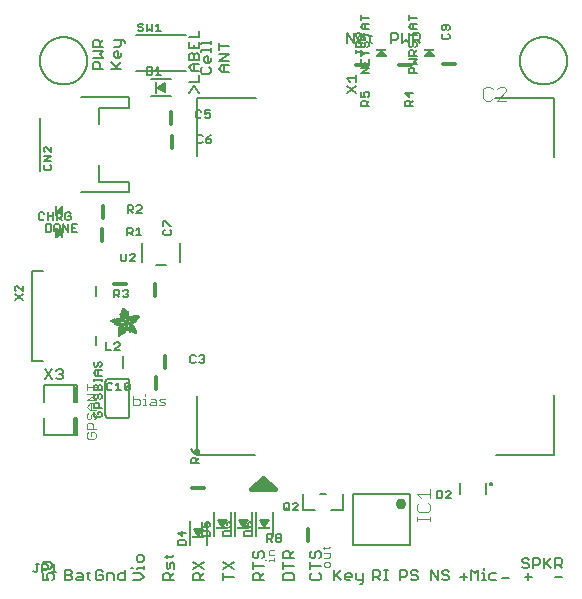
<source format=gbr>
G04 EAGLE Gerber X2 export*
%TF.Part,Single*%
%TF.FileFunction,Legend,Top,1*%
%TF.FilePolarity,Positive*%
%TF.GenerationSoftware,Autodesk,EAGLE,9.1.0*%
%TF.CreationDate,2018-08-13T09:50:29Z*%
G75*
%MOMM*%
%FSLAX34Y34*%
%LPD*%
%AMOC8*
5,1,8,0,0,1.08239X$1,22.5*%
G01*
%ADD10C,0.127000*%
%ADD11C,0.101600*%
%ADD12C,0.203200*%
%ADD13C,0.152400*%
%ADD14R,0.190500X0.889000*%
%ADD15C,0.304800*%
%ADD16R,0.200000X1.000000*%
%ADD17R,0.889000X0.190500*%
%ADD18R,1.000000X0.200000*%
%ADD19C,0.919200*%
%ADD20C,0.177800*%
%ADD21R,0.003800X0.034300*%
%ADD22R,0.003800X0.057200*%
%ADD23R,0.003800X0.076200*%
%ADD24R,0.003800X0.091400*%
%ADD25R,0.003800X0.102900*%
%ADD26R,0.003900X0.114300*%
%ADD27R,0.003800X0.129500*%
%ADD28R,0.003800X0.137200*%
%ADD29R,0.003800X0.144800*%
%ADD30R,0.003800X0.152400*%
%ADD31R,0.003800X0.160000*%
%ADD32R,0.003800X0.171500*%
%ADD33R,0.003800X0.175300*%
%ADD34R,0.003800X0.182900*%
%ADD35R,0.003800X0.190500*%
%ADD36R,0.003900X0.194300*%
%ADD37R,0.003800X0.201900*%
%ADD38R,0.003800X0.209500*%
%ADD39R,0.003800X0.213400*%
%ADD40R,0.003800X0.221000*%
%ADD41R,0.003800X0.224800*%
%ADD42R,0.003800X0.232400*%
%ADD43R,0.003800X0.240000*%
%ADD44R,0.003800X0.243800*%
%ADD45R,0.003800X0.247600*%
%ADD46R,0.003900X0.255300*%
%ADD47R,0.003800X0.259100*%
%ADD48R,0.003800X0.262900*%
%ADD49R,0.003800X0.270500*%
%ADD50R,0.003800X0.274300*%
%ADD51R,0.003800X0.281900*%
%ADD52R,0.003800X0.285700*%
%ADD53R,0.003800X0.289500*%
%ADD54R,0.003800X0.297200*%
%ADD55R,0.003800X0.301000*%
%ADD56R,0.003900X0.304800*%
%ADD57R,0.003800X0.312400*%
%ADD58R,0.003800X0.316200*%
%ADD59R,0.003800X0.320000*%
%ADD60R,0.003800X0.327600*%
%ADD61R,0.003800X0.331500*%
%ADD62R,0.003800X0.339100*%
%ADD63R,0.003800X0.342900*%
%ADD64R,0.003800X0.346700*%
%ADD65R,0.003800X0.354300*%
%ADD66R,0.003900X0.358100*%
%ADD67R,0.003800X0.361900*%
%ADD68R,0.003800X0.369600*%
%ADD69R,0.003800X0.373400*%
%ADD70R,0.003800X0.377200*%
%ADD71R,0.003800X0.384800*%
%ADD72R,0.003800X0.388600*%
%ADD73R,0.003800X0.396200*%
%ADD74R,0.003800X0.400000*%
%ADD75R,0.003800X0.403800*%
%ADD76R,0.003900X0.411500*%
%ADD77R,0.003800X0.415300*%
%ADD78R,0.003800X0.419100*%
%ADD79R,0.003800X0.045700*%
%ADD80R,0.003800X0.426700*%
%ADD81R,0.003800X0.072400*%
%ADD82R,0.003800X0.430500*%
%ADD83R,0.003800X0.095300*%
%ADD84R,0.003800X0.438100*%
%ADD85R,0.003800X0.110500*%
%ADD86R,0.003800X0.441900*%
%ADD87R,0.003800X0.445800*%
%ADD88R,0.003800X0.144700*%
%ADD89R,0.003800X0.453400*%
%ADD90R,0.003800X0.457200*%
%ADD91R,0.003900X0.175300*%
%ADD92R,0.003900X0.461000*%
%ADD93R,0.003800X0.468600*%
%ADD94R,0.003800X0.205800*%
%ADD95R,0.003800X0.472400*%
%ADD96R,0.003800X0.217200*%
%ADD97R,0.003800X0.476200*%
%ADD98R,0.003800X0.483900*%
%ADD99R,0.003800X0.247700*%
%ADD100R,0.003800X0.487700*%
%ADD101R,0.003800X0.495300*%
%ADD102R,0.003800X0.499100*%
%ADD103R,0.003800X0.502900*%
%ADD104R,0.003800X0.510500*%
%ADD105R,0.003900X0.308600*%
%ADD106R,0.003900X0.514300*%
%ADD107R,0.003800X0.323800*%
%ADD108R,0.003800X0.518100*%
%ADD109R,0.003800X0.335300*%
%ADD110R,0.003800X0.525800*%
%ADD111R,0.003800X0.529600*%
%ADD112R,0.003800X0.358100*%
%ADD113R,0.003800X0.533400*%
%ADD114R,0.003800X0.537200*%
%ADD115R,0.003800X0.381000*%
%ADD116R,0.003800X0.544800*%
%ADD117R,0.003800X0.392400*%
%ADD118R,0.003800X0.548600*%
%ADD119R,0.003800X0.552400*%
%ADD120R,0.003800X0.556200*%
%ADD121R,0.003900X0.422900*%
%ADD122R,0.003900X0.560100*%
%ADD123R,0.003800X0.434300*%
%ADD124R,0.003800X0.563900*%
%ADD125R,0.003800X0.567700*%
%ADD126R,0.003800X0.461000*%
%ADD127R,0.003800X0.571500*%
%ADD128R,0.003800X0.575300*%
%ADD129R,0.003800X0.480100*%
%ADD130R,0.003800X0.579100*%
%ADD131R,0.003800X0.491500*%
%ADD132R,0.003800X0.582900*%
%ADD133R,0.003800X0.586700*%
%ADD134R,0.003800X0.510600*%
%ADD135R,0.003800X0.590500*%
%ADD136R,0.003800X0.522000*%
%ADD137R,0.003800X0.594300*%
%ADD138R,0.003900X0.533400*%
%ADD139R,0.003900X0.598200*%
%ADD140R,0.003800X0.541000*%
%ADD141R,0.003800X0.602000*%
%ADD142R,0.003800X0.552500*%
%ADD143R,0.003800X0.605800*%
%ADD144R,0.003800X0.560100*%
%ADD145R,0.003800X0.609600*%
%ADD146R,0.003800X0.613400*%
%ADD147R,0.003800X0.583000*%
%ADD148R,0.003800X0.617200*%
%ADD149R,0.003800X0.594400*%
%ADD150R,0.003800X0.621000*%
%ADD151R,0.003800X0.598200*%
%ADD152R,0.003800X0.624800*%
%ADD153R,0.003900X0.613500*%
%ADD154R,0.003900X0.628600*%
%ADD155R,0.003800X0.632400*%
%ADD156R,0.003800X0.628600*%
%ADD157R,0.003800X0.636300*%
%ADD158R,0.003800X0.640100*%
%ADD159R,0.003800X0.636200*%
%ADD160R,0.003800X0.643900*%
%ADD161R,0.003800X0.647700*%
%ADD162R,0.003800X0.651500*%
%ADD163R,0.003800X0.659100*%
%ADD164R,0.003900X0.659100*%
%ADD165R,0.003900X0.655300*%
%ADD166R,0.003800X0.662900*%
%ADD167R,0.003800X0.655300*%
%ADD168R,0.003800X0.670500*%
%ADD169R,0.003800X0.670600*%
%ADD170R,0.003800X0.674400*%
%ADD171R,0.003800X0.682000*%
%ADD172R,0.003800X0.666700*%
%ADD173R,0.003800X0.685800*%
%ADD174R,0.003800X0.689600*%
%ADD175R,0.003900X0.693400*%
%ADD176R,0.003900X0.674400*%
%ADD177R,0.003800X0.697200*%
%ADD178R,0.003800X0.678200*%
%ADD179R,0.003800X0.697300*%
%ADD180R,0.003800X0.701100*%
%ADD181R,0.003800X0.704900*%
%ADD182R,0.003800X0.708700*%
%ADD183R,0.003800X0.712500*%
%ADD184R,0.003800X0.716300*%
%ADD185R,0.003900X0.720100*%
%ADD186R,0.003900X0.689600*%
%ADD187R,0.003800X0.720000*%
%ADD188R,0.003800X0.693400*%
%ADD189R,0.003800X0.723900*%
%ADD190R,0.003800X0.727700*%
%ADD191R,0.003800X0.731500*%
%ADD192R,0.003800X0.701000*%
%ADD193R,0.003800X0.735300*%
%ADD194R,0.003900X0.731500*%
%ADD195R,0.003900X0.701000*%
%ADD196R,0.003800X0.704800*%
%ADD197R,0.003800X0.739100*%
%ADD198R,0.003800X0.743000*%
%ADD199R,0.003800X0.739200*%
%ADD200R,0.003900X0.743000*%
%ADD201R,0.003900X0.704800*%
%ADD202R,0.003800X0.746800*%
%ADD203R,0.003900X0.746800*%
%ADD204R,0.003800X0.742900*%
%ADD205R,0.003800X0.746700*%
%ADD206R,0.003900X0.746700*%
%ADD207R,0.003800X1.428800*%
%ADD208R,0.003800X1.424900*%
%ADD209R,0.003900X1.421100*%
%ADD210R,0.003800X1.421100*%
%ADD211R,0.003800X1.417300*%
%ADD212R,0.003800X1.413500*%
%ADD213R,0.003800X1.409700*%
%ADD214R,0.003800X1.405900*%
%ADD215R,0.003800X1.402100*%
%ADD216R,0.003800X1.398300*%
%ADD217R,0.003900X0.983000*%
%ADD218R,0.003900X0.384800*%
%ADD219R,0.003800X0.971600*%
%ADD220R,0.003800X0.963900*%
%ADD221R,0.003800X0.956300*%
%ADD222R,0.003800X0.365800*%
%ADD223R,0.003800X0.952500*%
%ADD224R,0.003800X0.941000*%
%ADD225R,0.003800X0.358200*%
%ADD226R,0.003800X0.937200*%
%ADD227R,0.003800X0.933400*%
%ADD228R,0.003800X0.354400*%
%ADD229R,0.003800X0.925800*%
%ADD230R,0.003800X0.350500*%
%ADD231R,0.003800X0.922000*%
%ADD232R,0.003900X0.918200*%
%ADD233R,0.003900X0.346700*%
%ADD234R,0.003800X0.910600*%
%ADD235R,0.003800X0.906800*%
%ADD236R,0.003800X0.903000*%
%ADD237R,0.003800X0.339000*%
%ADD238R,0.003800X0.895300*%
%ADD239R,0.003800X0.335200*%
%ADD240R,0.003800X0.887700*%
%ADD241R,0.003800X0.883900*%
%ADD242R,0.003800X0.331400*%
%ADD243R,0.003800X0.880100*%
%ADD244R,0.003800X0.876300*%
%ADD245R,0.003900X0.468600*%
%ADD246R,0.003900X0.396200*%
%ADD247R,0.003900X0.323800*%
%ADD248R,0.003800X0.449600*%
%ADD249R,0.003800X0.323900*%
%ADD250R,0.003800X0.442000*%
%ADD251R,0.003800X0.434400*%
%ADD252R,0.003800X0.320100*%
%ADD253R,0.003800X0.316300*%
%ADD254R,0.003800X0.426800*%
%ADD255R,0.003800X0.327700*%
%ADD256R,0.003800X0.312500*%
%ADD257R,0.003800X0.422900*%
%ADD258R,0.003800X0.308600*%
%ADD259R,0.003800X0.293400*%
%ADD260R,0.003800X0.304800*%
%ADD261R,0.003900X0.419100*%
%ADD262R,0.003900X0.285700*%
%ADD263R,0.003900X0.301000*%
%ADD264R,0.003800X0.411500*%
%ADD265R,0.003800X0.407700*%
%ADD266R,0.003800X0.289600*%
%ADD267R,0.003800X0.285800*%
%ADD268R,0.003800X0.403900*%
%ADD269R,0.003800X0.228600*%
%ADD270R,0.003900X0.403900*%
%ADD271R,0.003900X0.221000*%
%ADD272R,0.003900X0.278100*%
%ADD273R,0.003800X0.400100*%
%ADD274R,0.003800X0.209600*%
%ADD275R,0.003800X0.266700*%
%ADD276R,0.003800X0.038100*%
%ADD277R,0.003800X0.194300*%
%ADD278R,0.003800X0.148600*%
%ADD279R,0.003800X0.259000*%
%ADD280R,0.003800X0.182800*%
%ADD281R,0.003800X0.186700*%
%ADD282R,0.003800X0.251400*%
%ADD283R,0.003800X0.179100*%
%ADD284R,0.003800X0.236200*%
%ADD285R,0.003900X0.243900*%
%ADD286R,0.003900X0.282000*%
%ADD287R,0.003800X0.167700*%
%ADD288R,0.003800X0.236300*%
%ADD289R,0.003800X0.396300*%
%ADD290R,0.003800X0.163900*%
%ADD291R,0.003800X0.392500*%
%ADD292R,0.003800X0.160100*%
%ADD293R,0.003800X0.586800*%
%ADD294R,0.003800X0.148500*%
%ADD295R,0.003800X0.140900*%
%ADD296R,0.003900X0.392400*%
%ADD297R,0.003900X0.140900*%
%ADD298R,0.003900X0.647700*%
%ADD299R,0.003800X0.133300*%
%ADD300R,0.003800X0.674300*%
%ADD301R,0.003800X0.388700*%
%ADD302R,0.003800X0.125700*%
%ADD303R,0.003800X0.121900*%
%ADD304R,0.003800X0.720100*%
%ADD305R,0.003800X0.118100*%
%ADD306R,0.003900X0.118100*%
%ADD307R,0.003900X0.739100*%
%ADD308R,0.003800X0.114300*%
%ADD309R,0.003800X0.754400*%
%ADD310R,0.003800X0.765800*%
%ADD311R,0.003800X0.773400*%
%ADD312R,0.003800X0.784800*%
%ADD313R,0.003800X0.118200*%
%ADD314R,0.003800X0.792500*%
%ADD315R,0.003800X0.803900*%
%ADD316R,0.003800X0.122000*%
%ADD317R,0.003800X0.815400*%
%ADD318R,0.003800X0.125800*%
%ADD319R,0.003800X0.826800*%
%ADD320R,0.003900X0.369500*%
%ADD321R,0.003900X0.133400*%
%ADD322R,0.003900X0.842000*%
%ADD323R,0.003800X0.365700*%
%ADD324R,0.003800X1.009700*%
%ADD325R,0.003800X1.013500*%
%ADD326R,0.003800X0.362000*%
%ADD327R,0.003800X1.024900*%
%ADD328R,0.003800X1.028700*%
%ADD329R,0.003800X1.036300*%
%ADD330R,0.003800X1.047800*%
%ADD331R,0.003800X1.055400*%
%ADD332R,0.003800X1.070600*%
%ADD333R,0.003800X0.030500*%
%ADD334R,0.003800X1.436400*%
%ADD335R,0.003900X1.562100*%
%ADD336R,0.003800X1.588700*%
%ADD337R,0.003800X1.607800*%
%ADD338R,0.003800X1.626900*%
%ADD339R,0.003800X1.642100*%
%ADD340R,0.003800X1.657400*%
%ADD341R,0.003800X1.676400*%
%ADD342R,0.003800X1.687800*%
%ADD343R,0.003800X1.703000*%
%ADD344R,0.003800X1.714500*%
%ADD345R,0.003900X1.726000*%
%ADD346R,0.003800X1.741200*%
%ADD347R,0.003800X0.914400*%
%ADD348R,0.003800X0.769600*%
%ADD349R,0.003800X0.884000*%
%ADD350R,0.003800X0.712400*%
%ADD351R,0.003900X0.880100*%
%ADD352R,0.003800X0.887800*%
%ADD353R,0.003800X0.891600*%
%ADD354R,0.003800X0.895400*%
%ADD355R,0.003800X0.251500*%
%ADD356R,0.003900X0.579200*%
%ADD357R,0.003800X0.243900*%
%ADD358R,0.003800X0.556300*%
%ADD359R,0.003800X0.255200*%
%ADD360R,0.003800X0.529500*%
%ADD361R,0.003800X0.731600*%
%ADD362R,0.003900X0.525800*%
%ADD363R,0.003900X0.281900*%
%ADD364R,0.003900X0.735400*%
%ADD365R,0.003800X0.300900*%
%ADD366R,0.003800X0.762000*%
%ADD367R,0.003800X0.518200*%
%ADD368R,0.003800X0.350600*%
%ADD369R,0.003800X0.796300*%
%ADD370R,0.003800X0.807800*%
%ADD371R,0.003800X0.506700*%
%ADD372R,0.003800X0.849600*%
%ADD373R,0.003900X0.506700*%
%ADD374R,0.003900X1.371600*%
%ADD375R,0.003800X1.207800*%
%ADD376R,0.003800X0.503000*%
%ADD377R,0.003800X0.141000*%
%ADD378R,0.003800X1.203900*%
%ADD379R,0.003800X1.204000*%
%ADD380R,0.003800X1.200200*%
%ADD381R,0.003900X0.499100*%
%ADD382R,0.003900X0.156200*%
%ADD383R,0.003900X1.196400*%
%ADD384R,0.003800X1.196400*%
%ADD385R,0.003800X0.163800*%
%ADD386R,0.003800X0.167600*%
%ADD387R,0.003800X1.192500*%
%ADD388R,0.003800X0.499200*%
%ADD389R,0.003800X1.188700*%
%ADD390R,0.003800X0.506800*%
%ADD391R,0.003800X1.184900*%
%ADD392R,0.003900X0.510600*%
%ADD393R,0.003900X0.209600*%
%ADD394R,0.003900X1.181100*%
%ADD395R,0.003800X0.514400*%
%ADD396R,0.003800X1.181100*%
%ADD397R,0.003800X1.177300*%
%ADD398R,0.003800X0.240100*%
%ADD399R,0.003800X1.173500*%
%ADD400R,0.003800X1.169700*%
%ADD401R,0.003800X1.165900*%
%ADD402R,0.003800X1.162100*%
%ADD403R,0.003900X0.929700*%
%ADD404R,0.003900X1.162100*%
%ADD405R,0.003800X0.929700*%
%ADD406R,0.003800X1.154500*%
%ADD407R,0.003800X0.933500*%
%ADD408R,0.003800X1.150600*%
%ADD409R,0.003800X0.937300*%
%ADD410R,0.003800X1.146800*%
%ADD411R,0.003800X0.941100*%
%ADD412R,0.003800X1.139200*%
%ADD413R,0.003800X0.944900*%
%ADD414R,0.003800X1.135400*%
%ADD415R,0.003800X0.948700*%
%ADD416R,0.003800X1.127800*%
%ADD417R,0.003800X1.124000*%
%ADD418R,0.003800X1.116400*%
%ADD419R,0.003900X0.956300*%
%ADD420R,0.003900X1.104900*%
%ADD421R,0.003800X0.960100*%
%ADD422R,0.003800X1.093500*%
%ADD423R,0.003800X1.085900*%
%ADD424R,0.003800X0.967800*%
%ADD425R,0.003800X1.074500*%
%ADD426R,0.003800X1.063000*%
%ADD427R,0.003800X0.975400*%
%ADD428R,0.003800X1.036400*%
%ADD429R,0.003800X0.979200*%
%ADD430R,0.003800X1.021000*%
%ADD431R,0.003800X0.983000*%
%ADD432R,0.003800X1.009600*%
%ADD433R,0.003800X0.986800*%
%ADD434R,0.003800X0.998200*%
%ADD435R,0.003900X0.990600*%
%ADD436R,0.003900X0.986700*%
%ADD437R,0.003800X0.994400*%
%ADD438R,0.003800X0.975300*%
%ADD439R,0.003800X0.948600*%
%ADD440R,0.003800X1.002000*%
%ADD441R,0.003800X0.213300*%
%ADD442R,0.003800X0.217100*%
%ADD443R,0.003800X1.017300*%
%ADD444R,0.003800X0.666800*%
%ADD445R,0.003800X0.220900*%
%ADD446R,0.003900X1.028700*%
%ADD447R,0.003900X0.224700*%
%ADD448R,0.003800X1.032500*%
%ADD449R,0.003800X1.040100*%
%ADD450R,0.003800X1.043900*%
%ADD451R,0.003800X0.548700*%
%ADD452R,0.003800X1.051500*%
%ADD453R,0.003800X1.055300*%
%ADD454R,0.003800X1.059100*%
%ADD455R,0.003800X1.062900*%
%ADD456R,0.003800X0.255300*%
%ADD457R,0.003900X1.066800*%
%ADD458R,0.003900X0.259100*%
%ADD459R,0.003900X0.457200*%
%ADD460R,0.003800X0.423000*%
%ADD461R,0.003800X1.082100*%
%ADD462R,0.003800X0.274400*%
%ADD463R,0.003800X0.278200*%
%ADD464R,0.003800X1.101100*%
%ADD465R,0.003800X0.278100*%
%ADD466R,0.003900X0.876300*%
%ADD467R,0.003900X0.236200*%
%ADD468R,0.003900X0.289600*%
%ADD469R,0.003900X0.247700*%
%ADD470R,0.003800X0.049500*%
%ADD471R,0.003900X0.640100*%
%ADD472R,0.003800X0.659200*%
%ADD473R,0.003800X0.663000*%
%ADD474R,0.003900X0.872500*%
%ADD475R,0.003900X0.666800*%
%ADD476R,0.003800X0.872500*%
%ADD477R,0.003800X0.868700*%
%ADD478R,0.003800X0.864900*%
%ADD479R,0.003800X0.861100*%
%ADD480R,0.003800X0.857300*%
%ADD481R,0.003800X0.853400*%
%ADD482R,0.003800X0.845800*%
%ADD483R,0.003900X0.682000*%
%ADD484R,0.003800X0.842000*%
%ADD485R,0.003800X0.834400*%
%ADD486R,0.003800X0.823000*%
%ADD487R,0.003800X0.815300*%
%ADD488R,0.003800X0.811500*%
%ADD489R,0.003800X0.788700*%
%ADD490R,0.003900X0.777300*%
%ADD491R,0.003800X0.750600*%
%ADD492R,0.003800X0.735400*%
%ADD493R,0.003800X0.727800*%
%ADD494R,0.003800X0.628700*%
%ADD495R,0.003800X0.575400*%
%ADD496R,0.003900X0.670600*%
%ADD497R,0.003800X0.655400*%
%ADD498R,0.003900X0.651500*%
%ADD499R,0.003900X0.624800*%
%ADD500R,0.003900X0.594400*%
%ADD501R,0.003900X0.563900*%
%ADD502R,0.003800X0.541100*%
%ADD503R,0.003800X0.537300*%
%ADD504R,0.003800X0.525700*%
%ADD505R,0.003900X0.525700*%
%ADD506R,0.003800X0.514300*%
%ADD507R,0.003900X0.480100*%
%ADD508R,0.003800X0.464800*%
%ADD509R,0.003900X0.442000*%
%ADD510R,0.003800X0.438200*%
%ADD511R,0.003800X0.430600*%
%ADD512R,0.003800X0.407600*%
%ADD513R,0.003900X0.403800*%
%ADD514R,0.003900X0.365700*%
%ADD515R,0.003900X0.327700*%
%ADD516R,0.003900X0.243800*%
%ADD517R,0.003900X0.205800*%
%ADD518R,0.003800X0.198100*%
%ADD519R,0.003900X0.163800*%
%ADD520R,0.003800X0.137100*%
%ADD521R,0.003900X0.091500*%
%ADD522R,0.003800X0.060900*%
%ADD523C,0.406400*%

G36*
X19117Y319394D02*
X19117Y319394D01*
X19135Y319392D01*
X19237Y319420D01*
X19340Y319442D01*
X19355Y319451D01*
X19372Y319456D01*
X19517Y319541D01*
X24597Y323351D01*
X24600Y323354D01*
X24604Y323356D01*
X24685Y323443D01*
X24767Y323528D01*
X24769Y323532D01*
X24772Y323535D01*
X24822Y323644D01*
X24872Y323751D01*
X24872Y323755D01*
X24874Y323759D01*
X24887Y323877D01*
X24900Y323995D01*
X24900Y323999D01*
X24900Y324004D01*
X24874Y324120D01*
X24850Y324236D01*
X24847Y324240D01*
X24846Y324244D01*
X24785Y324346D01*
X24725Y324448D01*
X24721Y324451D01*
X24719Y324454D01*
X24597Y324569D01*
X19517Y328379D01*
X19501Y328387D01*
X19488Y328400D01*
X19473Y328407D01*
X19465Y328413D01*
X19415Y328433D01*
X19392Y328444D01*
X19299Y328493D01*
X19281Y328496D01*
X19265Y328503D01*
X19160Y328515D01*
X19056Y328531D01*
X19038Y328528D01*
X19021Y328530D01*
X18918Y328508D01*
X18813Y328490D01*
X18798Y328482D01*
X18780Y328478D01*
X18690Y328424D01*
X18597Y328374D01*
X18584Y328361D01*
X18569Y328352D01*
X18500Y328272D01*
X18428Y328195D01*
X18421Y328178D01*
X18409Y328165D01*
X18370Y328067D01*
X18326Y327971D01*
X18324Y327953D01*
X18317Y327937D01*
X18299Y327770D01*
X18299Y320150D01*
X18302Y320132D01*
X18300Y320115D01*
X18321Y320011D01*
X18339Y319907D01*
X18347Y319892D01*
X18351Y319874D01*
X18404Y319783D01*
X18454Y319690D01*
X18466Y319678D01*
X18476Y319662D01*
X18555Y319593D01*
X18632Y319521D01*
X18648Y319513D01*
X18662Y319501D01*
X18759Y319461D01*
X18855Y319417D01*
X18873Y319415D01*
X18889Y319408D01*
X18995Y319401D01*
X19099Y319390D01*
X19117Y319394D01*
G37*
G36*
X24212Y337872D02*
X24212Y337872D01*
X24229Y337870D01*
X24332Y337892D01*
X24437Y337910D01*
X24452Y337918D01*
X24470Y337922D01*
X24560Y337976D01*
X24654Y338026D01*
X24666Y338039D01*
X24681Y338048D01*
X24750Y338128D01*
X24822Y338205D01*
X24829Y338222D01*
X24841Y338235D01*
X24880Y338333D01*
X24924Y338429D01*
X24926Y338447D01*
X24933Y338463D01*
X24951Y338630D01*
X24951Y346250D01*
X24949Y346267D01*
X24950Y346282D01*
X24950Y346285D01*
X24929Y346389D01*
X24912Y346493D01*
X24903Y346508D01*
X24900Y346526D01*
X24846Y346617D01*
X24796Y346710D01*
X24784Y346722D01*
X24775Y346738D01*
X24695Y346807D01*
X24618Y346880D01*
X24602Y346887D01*
X24588Y346899D01*
X24491Y346939D01*
X24395Y346983D01*
X24377Y346985D01*
X24361Y346992D01*
X24255Y346999D01*
X24151Y347010D01*
X24133Y347006D01*
X24115Y347008D01*
X24013Y346980D01*
X23940Y346964D01*
X23937Y346964D01*
X23910Y346958D01*
X23895Y346949D01*
X23878Y346944D01*
X23733Y346859D01*
X18653Y343049D01*
X18650Y343046D01*
X18647Y343044D01*
X18565Y342957D01*
X18483Y342872D01*
X18481Y342868D01*
X18478Y342865D01*
X18428Y342756D01*
X18378Y342649D01*
X18378Y342645D01*
X18376Y342641D01*
X18363Y342523D01*
X18350Y342405D01*
X18350Y342401D01*
X18350Y342396D01*
X18376Y342280D01*
X18401Y342164D01*
X18403Y342160D01*
X18404Y342156D01*
X18465Y342054D01*
X18526Y341952D01*
X18529Y341949D01*
X18531Y341946D01*
X18653Y341831D01*
X23733Y338021D01*
X23749Y338013D01*
X23762Y338001D01*
X23858Y337956D01*
X23951Y337907D01*
X23969Y337904D01*
X23985Y337897D01*
X24090Y337885D01*
X24194Y337869D01*
X24212Y337872D01*
G37*
G36*
X298468Y472952D02*
X298468Y472952D01*
X298485Y472950D01*
X298589Y472971D01*
X298693Y472989D01*
X298708Y472997D01*
X298726Y473001D01*
X298817Y473054D01*
X298910Y473104D01*
X298922Y473116D01*
X298938Y473126D01*
X299007Y473205D01*
X299080Y473282D01*
X299087Y473298D01*
X299099Y473312D01*
X299139Y473409D01*
X299183Y473505D01*
X299185Y473523D01*
X299192Y473539D01*
X299199Y473645D01*
X299210Y473749D01*
X299206Y473767D01*
X299208Y473785D01*
X299180Y473887D01*
X299158Y473990D01*
X299149Y474005D01*
X299144Y474022D01*
X299059Y474167D01*
X295249Y479247D01*
X295246Y479250D01*
X295244Y479254D01*
X295157Y479335D01*
X295072Y479417D01*
X295068Y479419D01*
X295065Y479422D01*
X294956Y479472D01*
X294849Y479522D01*
X294845Y479522D01*
X294841Y479524D01*
X294723Y479537D01*
X294605Y479550D01*
X294601Y479550D01*
X294596Y479550D01*
X294480Y479524D01*
X294364Y479500D01*
X294360Y479497D01*
X294356Y479496D01*
X294254Y479435D01*
X294152Y479375D01*
X294149Y479371D01*
X294146Y479369D01*
X294031Y479247D01*
X290221Y474167D01*
X290213Y474151D01*
X290201Y474138D01*
X290156Y474042D01*
X290107Y473949D01*
X290104Y473931D01*
X290097Y473915D01*
X290085Y473810D01*
X290069Y473706D01*
X290072Y473688D01*
X290070Y473671D01*
X290092Y473568D01*
X290110Y473463D01*
X290118Y473448D01*
X290122Y473430D01*
X290176Y473340D01*
X290226Y473247D01*
X290239Y473234D01*
X290248Y473219D01*
X290328Y473150D01*
X290405Y473078D01*
X290422Y473071D01*
X290435Y473059D01*
X290533Y473020D01*
X290629Y472976D01*
X290647Y472974D01*
X290663Y472967D01*
X290830Y472949D01*
X298450Y472949D01*
X298468Y472952D01*
G37*
G36*
X339108Y472952D02*
X339108Y472952D01*
X339125Y472950D01*
X339229Y472971D01*
X339333Y472989D01*
X339348Y472997D01*
X339366Y473001D01*
X339457Y473054D01*
X339550Y473104D01*
X339562Y473116D01*
X339578Y473126D01*
X339647Y473205D01*
X339720Y473282D01*
X339727Y473298D01*
X339739Y473312D01*
X339779Y473409D01*
X339823Y473505D01*
X339825Y473523D01*
X339832Y473539D01*
X339839Y473645D01*
X339850Y473749D01*
X339846Y473767D01*
X339848Y473785D01*
X339820Y473887D01*
X339798Y473990D01*
X339789Y474005D01*
X339784Y474022D01*
X339699Y474167D01*
X335889Y479247D01*
X335886Y479250D01*
X335884Y479254D01*
X335797Y479335D01*
X335712Y479417D01*
X335708Y479419D01*
X335705Y479422D01*
X335596Y479472D01*
X335489Y479522D01*
X335485Y479522D01*
X335481Y479524D01*
X335363Y479537D01*
X335245Y479550D01*
X335241Y479550D01*
X335236Y479550D01*
X335120Y479524D01*
X335004Y479500D01*
X335000Y479497D01*
X334996Y479496D01*
X334894Y479435D01*
X334792Y479375D01*
X334789Y479371D01*
X334786Y479369D01*
X334671Y479247D01*
X330861Y474167D01*
X330853Y474151D01*
X330841Y474138D01*
X330796Y474042D01*
X330747Y473949D01*
X330744Y473931D01*
X330737Y473915D01*
X330725Y473810D01*
X330709Y473706D01*
X330712Y473688D01*
X330710Y473671D01*
X330732Y473568D01*
X330750Y473463D01*
X330758Y473448D01*
X330762Y473430D01*
X330816Y473340D01*
X330866Y473247D01*
X330879Y473234D01*
X330888Y473219D01*
X330968Y473150D01*
X331045Y473078D01*
X331062Y473071D01*
X331075Y473059D01*
X331173Y473020D01*
X331269Y472976D01*
X331287Y472974D01*
X331303Y472967D01*
X331470Y472949D01*
X339090Y472949D01*
X339108Y472952D01*
G37*
G36*
X109995Y444033D02*
X109995Y444033D01*
X110066Y444031D01*
X110135Y444049D01*
X110206Y444058D01*
X110272Y444085D01*
X110341Y444103D01*
X110402Y444140D01*
X110468Y444167D01*
X110524Y444212D01*
X110586Y444249D01*
X110635Y444300D01*
X110690Y444345D01*
X110731Y444404D01*
X110780Y444456D01*
X110813Y444519D01*
X110854Y444577D01*
X110877Y444645D01*
X110910Y444709D01*
X110920Y444768D01*
X110947Y444846D01*
X110953Y444965D01*
X110965Y445040D01*
X110965Y449040D01*
X110955Y449111D01*
X110955Y449183D01*
X110935Y449251D01*
X110925Y449322D01*
X110896Y449387D01*
X110876Y449456D01*
X110838Y449516D01*
X110809Y449581D01*
X110763Y449636D01*
X110725Y449696D01*
X110672Y449744D01*
X110626Y449798D01*
X110566Y449838D01*
X110512Y449885D01*
X110448Y449916D01*
X110389Y449956D01*
X110321Y449977D01*
X110256Y450008D01*
X110186Y450020D01*
X110118Y450041D01*
X110046Y450043D01*
X109976Y450055D01*
X109905Y450047D01*
X109834Y450049D01*
X109764Y450030D01*
X109693Y450022D01*
X109638Y449997D01*
X109559Y449977D01*
X109456Y449916D01*
X109387Y449885D01*
X106387Y447885D01*
X106300Y447808D01*
X106210Y447735D01*
X106195Y447713D01*
X106175Y447695D01*
X106113Y447598D01*
X106046Y447503D01*
X106038Y447477D01*
X106023Y447455D01*
X105991Y447344D01*
X105953Y447234D01*
X105952Y447207D01*
X105945Y447182D01*
X105945Y447066D01*
X105939Y446950D01*
X105945Y446924D01*
X105945Y446897D01*
X105977Y446786D01*
X106003Y446673D01*
X106016Y446650D01*
X106024Y446624D01*
X106086Y446526D01*
X106142Y446425D01*
X106160Y446409D01*
X106175Y446384D01*
X106383Y446199D01*
X106387Y446195D01*
X109387Y444195D01*
X109451Y444164D01*
X109511Y444125D01*
X109579Y444103D01*
X109643Y444072D01*
X109714Y444060D01*
X109782Y444039D01*
X109853Y444037D01*
X109924Y444025D01*
X109995Y444033D01*
G37*
G36*
X195696Y75465D02*
X195696Y75465D01*
X195723Y75465D01*
X195834Y75497D01*
X195947Y75523D01*
X195970Y75536D01*
X195996Y75544D01*
X196094Y75606D01*
X196195Y75662D01*
X196211Y75680D01*
X196236Y75695D01*
X196421Y75903D01*
X196425Y75907D01*
X198425Y78907D01*
X198456Y78971D01*
X198496Y79031D01*
X198517Y79099D01*
X198548Y79163D01*
X198560Y79234D01*
X198581Y79302D01*
X198583Y79373D01*
X198595Y79444D01*
X198587Y79515D01*
X198589Y79586D01*
X198571Y79655D01*
X198562Y79726D01*
X198535Y79792D01*
X198517Y79861D01*
X198480Y79922D01*
X198453Y79988D01*
X198408Y80044D01*
X198372Y80106D01*
X198320Y80155D01*
X198275Y80210D01*
X198217Y80251D01*
X198164Y80300D01*
X198101Y80333D01*
X198043Y80374D01*
X197975Y80397D01*
X197911Y80430D01*
X197852Y80440D01*
X197774Y80467D01*
X197655Y80473D01*
X197580Y80485D01*
X193580Y80485D01*
X193509Y80475D01*
X193437Y80475D01*
X193369Y80455D01*
X193299Y80445D01*
X193233Y80416D01*
X193164Y80396D01*
X193104Y80358D01*
X193039Y80329D01*
X192984Y80283D01*
X192924Y80245D01*
X192876Y80192D01*
X192822Y80146D01*
X192782Y80086D01*
X192735Y80032D01*
X192704Y79968D01*
X192665Y79909D01*
X192643Y79841D01*
X192612Y79776D01*
X192600Y79706D01*
X192579Y79638D01*
X192577Y79566D01*
X192565Y79496D01*
X192573Y79425D01*
X192571Y79354D01*
X192590Y79284D01*
X192598Y79213D01*
X192623Y79158D01*
X192643Y79079D01*
X192704Y78976D01*
X192735Y78907D01*
X194735Y75907D01*
X194812Y75820D01*
X194885Y75730D01*
X194907Y75715D01*
X194925Y75695D01*
X195022Y75633D01*
X195117Y75566D01*
X195143Y75558D01*
X195165Y75543D01*
X195276Y75511D01*
X195386Y75473D01*
X195413Y75472D01*
X195438Y75465D01*
X195554Y75465D01*
X195670Y75459D01*
X195696Y75465D01*
G37*
G36*
X177916Y75465D02*
X177916Y75465D01*
X177943Y75465D01*
X178054Y75497D01*
X178167Y75523D01*
X178190Y75536D01*
X178216Y75544D01*
X178314Y75606D01*
X178415Y75662D01*
X178431Y75680D01*
X178456Y75695D01*
X178641Y75903D01*
X178645Y75907D01*
X180645Y78907D01*
X180676Y78971D01*
X180716Y79031D01*
X180737Y79099D01*
X180768Y79163D01*
X180780Y79234D01*
X180801Y79302D01*
X180803Y79373D01*
X180815Y79444D01*
X180807Y79515D01*
X180809Y79586D01*
X180791Y79655D01*
X180782Y79726D01*
X180755Y79792D01*
X180737Y79861D01*
X180700Y79922D01*
X180673Y79988D01*
X180628Y80044D01*
X180592Y80106D01*
X180540Y80155D01*
X180495Y80210D01*
X180437Y80251D01*
X180384Y80300D01*
X180321Y80333D01*
X180263Y80374D01*
X180195Y80397D01*
X180131Y80430D01*
X180072Y80440D01*
X179994Y80467D01*
X179875Y80473D01*
X179800Y80485D01*
X175800Y80485D01*
X175729Y80475D01*
X175657Y80475D01*
X175589Y80455D01*
X175519Y80445D01*
X175453Y80416D01*
X175384Y80396D01*
X175324Y80358D01*
X175259Y80329D01*
X175204Y80283D01*
X175144Y80245D01*
X175096Y80192D01*
X175042Y80146D01*
X175002Y80086D01*
X174955Y80032D01*
X174924Y79968D01*
X174885Y79909D01*
X174863Y79841D01*
X174832Y79776D01*
X174820Y79706D01*
X174799Y79638D01*
X174797Y79566D01*
X174785Y79496D01*
X174793Y79425D01*
X174791Y79354D01*
X174810Y79284D01*
X174818Y79213D01*
X174843Y79158D01*
X174863Y79079D01*
X174924Y78976D01*
X174955Y78907D01*
X176955Y75907D01*
X177032Y75820D01*
X177105Y75730D01*
X177127Y75715D01*
X177145Y75695D01*
X177242Y75633D01*
X177337Y75566D01*
X177363Y75558D01*
X177385Y75543D01*
X177496Y75511D01*
X177606Y75473D01*
X177633Y75472D01*
X177658Y75465D01*
X177774Y75465D01*
X177890Y75459D01*
X177916Y75465D01*
G37*
G36*
X160136Y75465D02*
X160136Y75465D01*
X160163Y75465D01*
X160274Y75497D01*
X160387Y75523D01*
X160410Y75536D01*
X160436Y75544D01*
X160534Y75606D01*
X160635Y75662D01*
X160651Y75680D01*
X160676Y75695D01*
X160861Y75903D01*
X160865Y75907D01*
X162865Y78907D01*
X162896Y78971D01*
X162936Y79031D01*
X162957Y79099D01*
X162988Y79163D01*
X163000Y79234D01*
X163021Y79302D01*
X163023Y79373D01*
X163035Y79444D01*
X163027Y79515D01*
X163029Y79586D01*
X163011Y79655D01*
X163002Y79726D01*
X162975Y79792D01*
X162957Y79861D01*
X162920Y79922D01*
X162893Y79988D01*
X162848Y80044D01*
X162812Y80106D01*
X162760Y80155D01*
X162715Y80210D01*
X162657Y80251D01*
X162604Y80300D01*
X162541Y80333D01*
X162483Y80374D01*
X162415Y80397D01*
X162351Y80430D01*
X162292Y80440D01*
X162214Y80467D01*
X162095Y80473D01*
X162020Y80485D01*
X158020Y80485D01*
X157949Y80475D01*
X157877Y80475D01*
X157809Y80455D01*
X157739Y80445D01*
X157673Y80416D01*
X157604Y80396D01*
X157544Y80358D01*
X157479Y80329D01*
X157424Y80283D01*
X157364Y80245D01*
X157316Y80192D01*
X157262Y80146D01*
X157222Y80086D01*
X157175Y80032D01*
X157144Y79968D01*
X157105Y79909D01*
X157083Y79841D01*
X157052Y79776D01*
X157040Y79706D01*
X157019Y79638D01*
X157017Y79566D01*
X157005Y79496D01*
X157013Y79425D01*
X157011Y79354D01*
X157030Y79284D01*
X157038Y79213D01*
X157063Y79158D01*
X157083Y79079D01*
X157144Y78976D01*
X157175Y78907D01*
X159175Y75907D01*
X159252Y75820D01*
X159325Y75730D01*
X159347Y75715D01*
X159365Y75695D01*
X159462Y75633D01*
X159557Y75566D01*
X159583Y75558D01*
X159605Y75543D01*
X159716Y75511D01*
X159826Y75473D01*
X159853Y75472D01*
X159878Y75465D01*
X159994Y75465D01*
X160110Y75459D01*
X160136Y75465D01*
G37*
G36*
X139816Y67845D02*
X139816Y67845D01*
X139843Y67845D01*
X139954Y67877D01*
X140067Y67903D01*
X140090Y67916D01*
X140116Y67924D01*
X140214Y67986D01*
X140315Y68042D01*
X140331Y68060D01*
X140356Y68075D01*
X140541Y68283D01*
X140545Y68287D01*
X142545Y71287D01*
X142576Y71351D01*
X142616Y71411D01*
X142637Y71479D01*
X142668Y71543D01*
X142680Y71614D01*
X142701Y71682D01*
X142703Y71753D01*
X142715Y71824D01*
X142707Y71895D01*
X142709Y71966D01*
X142691Y72035D01*
X142682Y72106D01*
X142655Y72172D01*
X142637Y72241D01*
X142600Y72302D01*
X142573Y72368D01*
X142528Y72424D01*
X142492Y72486D01*
X142440Y72535D01*
X142395Y72590D01*
X142337Y72631D01*
X142284Y72680D01*
X142221Y72713D01*
X142163Y72754D01*
X142095Y72777D01*
X142031Y72810D01*
X141972Y72820D01*
X141894Y72847D01*
X141775Y72853D01*
X141700Y72865D01*
X137700Y72865D01*
X137629Y72855D01*
X137557Y72855D01*
X137489Y72835D01*
X137419Y72825D01*
X137353Y72796D01*
X137284Y72776D01*
X137224Y72738D01*
X137159Y72709D01*
X137104Y72663D01*
X137044Y72625D01*
X136996Y72572D01*
X136942Y72526D01*
X136902Y72466D01*
X136855Y72412D01*
X136824Y72348D01*
X136785Y72289D01*
X136763Y72221D01*
X136732Y72156D01*
X136720Y72086D01*
X136699Y72018D01*
X136697Y71946D01*
X136685Y71876D01*
X136693Y71805D01*
X136691Y71734D01*
X136710Y71664D01*
X136718Y71593D01*
X136743Y71538D01*
X136763Y71459D01*
X136824Y71356D01*
X136855Y71287D01*
X138855Y68287D01*
X138932Y68200D01*
X139005Y68110D01*
X139027Y68095D01*
X139045Y68075D01*
X139142Y68013D01*
X139237Y67946D01*
X139263Y67938D01*
X139285Y67923D01*
X139396Y67891D01*
X139506Y67853D01*
X139533Y67852D01*
X139558Y67845D01*
X139674Y67845D01*
X139790Y67839D01*
X139816Y67845D01*
G37*
D10*
X26261Y29845D02*
X26261Y38743D01*
X30710Y38743D01*
X32193Y37260D01*
X32193Y35777D01*
X30710Y34294D01*
X32193Y32811D01*
X32193Y31328D01*
X30710Y29845D01*
X26261Y29845D01*
X26261Y34294D02*
X30710Y34294D01*
X37100Y35777D02*
X40065Y35777D01*
X41548Y34294D01*
X41548Y29845D01*
X37100Y29845D01*
X35617Y31328D01*
X37100Y32811D01*
X41548Y32811D01*
X46455Y31328D02*
X46455Y37260D01*
X46455Y31328D02*
X47938Y29845D01*
X47938Y35777D02*
X44972Y35777D01*
X57091Y38743D02*
X58574Y37260D01*
X57091Y38743D02*
X54125Y38743D01*
X52642Y37260D01*
X52642Y31328D01*
X54125Y29845D01*
X57091Y29845D01*
X58574Y31328D01*
X58574Y34294D01*
X55608Y34294D01*
X61997Y35777D02*
X61997Y29845D01*
X61997Y35777D02*
X66446Y35777D01*
X67929Y34294D01*
X67929Y29845D01*
X77284Y29845D02*
X77284Y38743D01*
X77284Y29845D02*
X72836Y29845D01*
X71353Y31328D01*
X71353Y34294D01*
X72836Y35777D01*
X77284Y35777D01*
X418173Y48903D02*
X419656Y47420D01*
X418173Y48903D02*
X415208Y48903D01*
X413725Y47420D01*
X413725Y45937D01*
X415208Y44454D01*
X418173Y44454D01*
X419656Y42971D01*
X419656Y41488D01*
X418173Y40005D01*
X415208Y40005D01*
X413725Y41488D01*
X423080Y40005D02*
X423080Y48903D01*
X427529Y48903D01*
X429012Y47420D01*
X429012Y44454D01*
X427529Y42971D01*
X423080Y42971D01*
X432435Y40005D02*
X432435Y48903D01*
X432435Y42971D02*
X438367Y48903D01*
X433918Y44454D02*
X438367Y40005D01*
X441790Y40005D02*
X441790Y48903D01*
X446239Y48903D01*
X447722Y47420D01*
X447722Y44454D01*
X446239Y42971D01*
X441790Y42971D01*
X444756Y42971D02*
X447722Y40005D01*
X364486Y35777D02*
X364486Y29845D01*
X361520Y32811D02*
X367452Y32811D01*
X90379Y29845D02*
X84447Y29845D01*
X90379Y29845D02*
X93345Y32811D01*
X90379Y35777D01*
X84447Y35777D01*
X87413Y39200D02*
X87413Y40683D01*
X93345Y40683D01*
X93345Y39200D02*
X93345Y42166D01*
X84447Y40683D02*
X82964Y40683D01*
X93345Y46920D02*
X93345Y49886D01*
X91862Y51369D01*
X88896Y51369D01*
X87413Y49886D01*
X87413Y46920D01*
X88896Y45437D01*
X91862Y45437D01*
X93345Y46920D01*
X336720Y38743D02*
X336720Y29845D01*
X342652Y29845D02*
X336720Y38743D01*
X342652Y38743D02*
X342652Y29845D01*
X350524Y38743D02*
X352007Y37260D01*
X350524Y38743D02*
X347558Y38743D01*
X346075Y37260D01*
X346075Y35777D01*
X347558Y34294D01*
X350524Y34294D01*
X352007Y32811D01*
X352007Y31328D01*
X350524Y29845D01*
X347558Y29845D01*
X346075Y31328D01*
X118745Y29845D02*
X109847Y29845D01*
X109847Y34294D01*
X111330Y35777D01*
X114296Y35777D01*
X115779Y34294D01*
X115779Y29845D01*
X115779Y32811D02*
X118745Y35777D01*
X118745Y39200D02*
X118745Y43649D01*
X117262Y45132D01*
X115779Y43649D01*
X115779Y40683D01*
X114296Y39200D01*
X112813Y40683D01*
X112813Y45132D01*
X111330Y50038D02*
X117262Y50038D01*
X118745Y51521D01*
X112813Y51521D02*
X112813Y48555D01*
X310050Y38743D02*
X310050Y29845D01*
X310050Y38743D02*
X314499Y38743D01*
X315982Y37260D01*
X315982Y34294D01*
X314499Y32811D01*
X310050Y32811D01*
X323854Y38743D02*
X325337Y37260D01*
X323854Y38743D02*
X320888Y38743D01*
X319405Y37260D01*
X319405Y35777D01*
X320888Y34294D01*
X323854Y34294D01*
X325337Y32811D01*
X325337Y31328D01*
X323854Y29845D01*
X320888Y29845D01*
X319405Y31328D01*
X254572Y29845D02*
X254572Y38743D01*
X254572Y32811D02*
X260504Y38743D01*
X256055Y34294D02*
X260504Y29845D01*
X265410Y29845D02*
X268376Y29845D01*
X265410Y29845D02*
X263927Y31328D01*
X263927Y34294D01*
X265410Y35777D01*
X268376Y35777D01*
X269859Y34294D01*
X269859Y32811D01*
X263927Y32811D01*
X273283Y31328D02*
X273283Y35777D01*
X273283Y31328D02*
X274766Y29845D01*
X279214Y29845D01*
X279214Y28362D02*
X279214Y35777D01*
X279214Y28362D02*
X277731Y26879D01*
X276248Y26879D01*
X287479Y29845D02*
X287479Y38743D01*
X291928Y38743D01*
X293411Y37260D01*
X293411Y34294D01*
X291928Y32811D01*
X287479Y32811D01*
X290445Y32811D02*
X293411Y29845D01*
X296834Y29845D02*
X299800Y29845D01*
X298317Y29845D02*
X298317Y38743D01*
X296834Y38743D02*
X299800Y38743D01*
X169545Y32811D02*
X160647Y32811D01*
X160647Y29845D02*
X160647Y35777D01*
X160647Y39200D02*
X169545Y45132D01*
X169545Y39200D02*
X160647Y45132D01*
X144145Y29845D02*
X135247Y29845D01*
X135247Y34294D01*
X136730Y35777D01*
X139696Y35777D01*
X141179Y34294D01*
X141179Y29845D01*
X141179Y32811D02*
X144145Y35777D01*
X144145Y45132D02*
X135247Y39200D01*
X135247Y45132D02*
X144145Y39200D01*
X370431Y38743D02*
X370431Y29845D01*
X373397Y35777D02*
X370431Y38743D01*
X373397Y35777D02*
X376363Y38743D01*
X376363Y29845D01*
X379787Y35777D02*
X381270Y35777D01*
X381270Y29845D01*
X382752Y29845D02*
X379787Y29845D01*
X381270Y38743D02*
X381270Y40226D01*
X387506Y35777D02*
X391955Y35777D01*
X387506Y35777D02*
X386023Y34294D01*
X386023Y31328D01*
X387506Y29845D01*
X391955Y29845D01*
X59055Y462852D02*
X50157Y462852D01*
X50157Y467301D01*
X51640Y468784D01*
X54606Y468784D01*
X56089Y467301D01*
X56089Y462852D01*
X59055Y472207D02*
X50157Y472207D01*
X56089Y475173D02*
X59055Y472207D01*
X56089Y475173D02*
X59055Y478139D01*
X50157Y478139D01*
X50157Y481563D02*
X59055Y481563D01*
X50157Y481563D02*
X50157Y486011D01*
X51640Y487494D01*
X54606Y487494D01*
X56089Y486011D01*
X56089Y481563D01*
X56089Y484528D02*
X59055Y487494D01*
X65397Y462852D02*
X74295Y462852D01*
X71329Y462852D02*
X65397Y468784D01*
X69846Y464335D02*
X74295Y468784D01*
X74295Y473690D02*
X74295Y476656D01*
X74295Y473690D02*
X72812Y472207D01*
X69846Y472207D01*
X68363Y473690D01*
X68363Y476656D01*
X69846Y478139D01*
X71329Y478139D01*
X71329Y472207D01*
X72812Y481563D02*
X68363Y481563D01*
X72812Y481563D02*
X74295Y483046D01*
X74295Y487494D01*
X75778Y487494D02*
X68363Y487494D01*
X75778Y487494D02*
X77261Y486011D01*
X77261Y484528D01*
X265021Y484505D02*
X265021Y493403D01*
X270953Y484505D01*
X270953Y493403D01*
X275860Y484505D02*
X278825Y484505D01*
X275860Y484505D02*
X274377Y485988D01*
X274377Y488954D01*
X275860Y490437D01*
X278825Y490437D01*
X280308Y488954D01*
X280308Y487471D01*
X274377Y487471D01*
X285215Y485988D02*
X285215Y491920D01*
X285215Y485988D02*
X286698Y484505D01*
X286698Y490437D02*
X283732Y490437D01*
X302832Y493403D02*
X302832Y484505D01*
X302832Y493403D02*
X307281Y493403D01*
X308764Y491920D01*
X308764Y488954D01*
X307281Y487471D01*
X302832Y487471D01*
X312187Y484505D02*
X312187Y493403D01*
X315153Y487471D02*
X312187Y484505D01*
X315153Y487471D02*
X318119Y484505D01*
X318119Y493403D01*
X321543Y493403D02*
X321543Y484505D01*
X321543Y493403D02*
X325991Y493403D01*
X327474Y491920D01*
X327474Y488954D01*
X325991Y487471D01*
X321543Y487471D01*
X324508Y487471D02*
X327474Y484505D01*
X419096Y35777D02*
X419096Y29845D01*
X416130Y32811D02*
X422062Y32811D01*
X402807Y31754D02*
X396875Y31754D01*
X441325Y33024D02*
X447257Y33024D01*
X8247Y35777D02*
X8247Y29845D01*
X12696Y29845D01*
X11213Y32811D01*
X11213Y34294D01*
X12696Y35777D01*
X15662Y35777D01*
X17145Y34294D01*
X17145Y31328D01*
X15662Y29845D01*
X14179Y39200D02*
X8247Y39200D01*
X14179Y39200D02*
X17145Y42166D01*
X14179Y45132D01*
X8247Y45132D01*
X186047Y29845D02*
X194945Y29845D01*
X186047Y29845D02*
X186047Y34294D01*
X187530Y35777D01*
X190496Y35777D01*
X191979Y34294D01*
X191979Y29845D01*
X191979Y32811D02*
X194945Y35777D01*
X194945Y42166D02*
X186047Y42166D01*
X186047Y39200D02*
X186047Y45132D01*
X186047Y53004D02*
X187530Y54487D01*
X186047Y53004D02*
X186047Y50038D01*
X187530Y48555D01*
X189013Y48555D01*
X190496Y50038D01*
X190496Y53004D01*
X191979Y54487D01*
X193462Y54487D01*
X194945Y53004D01*
X194945Y50038D01*
X193462Y48555D01*
D11*
X46265Y155194D02*
X44951Y153881D01*
X44951Y151254D01*
X46265Y149941D01*
X51519Y149941D01*
X52832Y151254D01*
X52832Y153881D01*
X51519Y155194D01*
X48892Y155194D01*
X48892Y152568D01*
X52832Y158126D02*
X44951Y158126D01*
X44951Y162067D01*
X46265Y163380D01*
X48892Y163380D01*
X50205Y162067D01*
X50205Y158126D01*
X44951Y170253D02*
X46265Y171566D01*
X44951Y170253D02*
X44951Y167626D01*
X46265Y166312D01*
X47578Y166312D01*
X48892Y167626D01*
X48892Y170253D01*
X50205Y171566D01*
X51519Y171566D01*
X52832Y170253D01*
X52832Y167626D01*
X51519Y166312D01*
X52832Y174498D02*
X47578Y174498D01*
X44951Y177125D01*
X47578Y179752D01*
X52832Y179752D01*
X48892Y179752D02*
X48892Y174498D01*
X52832Y182684D02*
X44951Y182684D01*
X52832Y187938D01*
X44951Y187938D01*
X44951Y193496D02*
X52832Y193496D01*
X44951Y190870D02*
X44951Y196123D01*
D10*
X141597Y463202D02*
X143080Y464685D01*
X141597Y463202D02*
X141597Y460236D01*
X143080Y458753D01*
X149012Y458753D01*
X150495Y460236D01*
X150495Y463202D01*
X149012Y464685D01*
X150495Y469591D02*
X150495Y472557D01*
X150495Y469591D02*
X149012Y468108D01*
X146046Y468108D01*
X144563Y469591D01*
X144563Y472557D01*
X146046Y474040D01*
X147529Y474040D01*
X147529Y468108D01*
X141597Y477463D02*
X141597Y478946D01*
X150495Y478946D01*
X150495Y477463D02*
X150495Y480429D01*
X141597Y483700D02*
X141597Y485183D01*
X150495Y485183D01*
X150495Y483700D02*
X150495Y486666D01*
X159803Y460312D02*
X165735Y460312D01*
X159803Y460312D02*
X156837Y463278D01*
X159803Y466244D01*
X165735Y466244D01*
X161286Y466244D02*
X161286Y460312D01*
X165735Y469667D02*
X156837Y469667D01*
X165735Y475599D01*
X156837Y475599D01*
X156837Y481988D02*
X165735Y481988D01*
X156837Y479023D02*
X156837Y484954D01*
X211447Y29845D02*
X220345Y29845D01*
X220345Y34294D01*
X218862Y35777D01*
X212930Y35777D01*
X211447Y34294D01*
X211447Y29845D01*
X211447Y42166D02*
X220345Y42166D01*
X211447Y39200D02*
X211447Y45132D01*
X211447Y48555D02*
X220345Y48555D01*
X211447Y48555D02*
X211447Y53004D01*
X212930Y54487D01*
X215896Y54487D01*
X217379Y53004D01*
X217379Y48555D01*
X217379Y51521D02*
X220345Y54487D01*
X235790Y35777D02*
X234307Y34294D01*
X234307Y31328D01*
X235790Y29845D01*
X241722Y29845D01*
X243205Y31328D01*
X243205Y34294D01*
X241722Y35777D01*
X243205Y42166D02*
X234307Y42166D01*
X234307Y39200D02*
X234307Y45132D01*
X234307Y53004D02*
X235790Y54487D01*
X234307Y53004D02*
X234307Y50038D01*
X235790Y48555D01*
X237273Y48555D01*
X238756Y50038D01*
X238756Y53004D01*
X240239Y54487D01*
X241722Y54487D01*
X243205Y53004D01*
X243205Y50038D01*
X241722Y48555D01*
D11*
X199217Y47414D02*
X199217Y46228D01*
X199217Y47414D02*
X203962Y47414D01*
X203962Y46228D02*
X203962Y48601D01*
X196844Y47414D02*
X195658Y47414D01*
X199217Y51217D02*
X203962Y51217D01*
X199217Y51217D02*
X199217Y54776D01*
X200403Y55963D01*
X203962Y55963D01*
X250952Y44707D02*
X250952Y42334D01*
X250952Y44707D02*
X249766Y45893D01*
X247393Y45893D01*
X246207Y44707D01*
X246207Y42334D01*
X247393Y41148D01*
X249766Y41148D01*
X250952Y42334D01*
X249766Y48632D02*
X246207Y48632D01*
X249766Y48632D02*
X250952Y49819D01*
X250952Y53378D01*
X246207Y53378D01*
X245020Y57303D02*
X249766Y57303D01*
X250952Y58489D01*
X246207Y58489D02*
X246207Y56116D01*
X84561Y178308D02*
X84561Y186189D01*
X84561Y178308D02*
X88501Y178308D01*
X89815Y179621D01*
X89815Y182248D01*
X88501Y183562D01*
X84561Y183562D01*
X92747Y183562D02*
X94060Y183562D01*
X94060Y178308D01*
X92747Y178308D02*
X95373Y178308D01*
X94060Y186189D02*
X94060Y187502D01*
X99517Y183562D02*
X102144Y183562D01*
X103458Y182248D01*
X103458Y178308D01*
X99517Y178308D01*
X98204Y179621D01*
X99517Y180935D01*
X103458Y180935D01*
X106389Y178308D02*
X110330Y178308D01*
X111643Y179621D01*
X110330Y180935D01*
X107703Y180935D01*
X106389Y182248D01*
X107703Y183562D01*
X111643Y183562D01*
D12*
X124450Y299340D02*
X124450Y315340D01*
X91450Y315340D02*
X91450Y299340D01*
X103950Y296840D02*
X111950Y296840D01*
D13*
X73964Y301076D02*
X73964Y306584D01*
X73964Y301076D02*
X75065Y299974D01*
X77269Y299974D01*
X78370Y301076D01*
X78370Y306584D01*
X81448Y299974D02*
X85854Y299974D01*
X81448Y299974D02*
X85854Y304380D01*
X85854Y305482D01*
X84753Y306584D01*
X82549Y306584D01*
X81448Y305482D01*
D14*
X23958Y323960D03*
D13*
X8988Y340390D02*
X7887Y341492D01*
X5684Y341492D01*
X4582Y340390D01*
X4582Y335984D01*
X5684Y334882D01*
X7887Y334882D01*
X8988Y335984D01*
X12066Y334882D02*
X12066Y341492D01*
X12066Y338187D02*
X16473Y338187D01*
X16473Y341492D02*
X16473Y334882D01*
X19550Y334882D02*
X19550Y341492D01*
X22855Y341492D01*
X23957Y340390D01*
X23957Y338187D01*
X22855Y337085D01*
X19550Y337085D01*
X21754Y337085D02*
X23957Y334882D01*
X30339Y341492D02*
X31441Y340390D01*
X30339Y341492D02*
X28136Y341492D01*
X27034Y340390D01*
X27034Y335984D01*
X28136Y334882D01*
X30339Y334882D01*
X31441Y335984D01*
X31441Y338187D01*
X29238Y338187D01*
D14*
X19293Y342440D03*
D13*
X10255Y331524D02*
X10255Y324914D01*
X13560Y324914D01*
X14662Y326016D01*
X14662Y330422D01*
X13560Y331524D01*
X10255Y331524D01*
X18841Y331524D02*
X21044Y331524D01*
X18841Y331524D02*
X17740Y330422D01*
X17740Y326016D01*
X18841Y324914D01*
X21044Y324914D01*
X22146Y326016D01*
X22146Y330422D01*
X21044Y331524D01*
X25224Y331524D02*
X25224Y324914D01*
X29630Y324914D02*
X25224Y331524D01*
X29630Y331524D02*
X29630Y324914D01*
X32708Y331524D02*
X37114Y331524D01*
X32708Y331524D02*
X32708Y324914D01*
X37114Y324914D01*
X34911Y328219D02*
X32708Y328219D01*
D15*
X58420Y327660D02*
X58420Y317500D01*
D13*
X79502Y322072D02*
X79502Y328682D01*
X82807Y328682D01*
X83908Y327580D01*
X83908Y325377D01*
X82807Y324275D01*
X79502Y324275D01*
X81705Y324275D02*
X83908Y322072D01*
X86986Y326478D02*
X89189Y328682D01*
X89189Y322072D01*
X86986Y322072D02*
X91393Y322072D01*
D15*
X58580Y336550D02*
X58580Y346710D01*
D13*
X79662Y347732D02*
X79662Y341122D01*
X79662Y347732D02*
X82967Y347732D01*
X84068Y346630D01*
X84068Y344427D01*
X82967Y343325D01*
X79662Y343325D01*
X81865Y343325D02*
X84068Y341122D01*
X87146Y341122D02*
X91553Y341122D01*
X91553Y345528D02*
X87146Y341122D01*
X91553Y345528D02*
X91553Y346630D01*
X90451Y347732D01*
X88248Y347732D01*
X87146Y346630D01*
D12*
X5560Y376280D02*
X5560Y421280D01*
X40560Y438780D02*
X80560Y438780D01*
X80560Y430280D01*
X55560Y430280D01*
X55560Y416280D01*
X55560Y381280D02*
X55560Y367280D01*
X80560Y367280D01*
X80560Y358780D01*
X40560Y358780D01*
D13*
X9605Y381723D02*
X8503Y380622D01*
X8503Y378419D01*
X9605Y377317D01*
X14011Y377317D01*
X15113Y378419D01*
X15113Y380622D01*
X14011Y381723D01*
X15113Y384801D02*
X8503Y384801D01*
X15113Y389208D01*
X8503Y389208D01*
X15113Y392285D02*
X15113Y396692D01*
X10707Y396692D02*
X15113Y392285D01*
X10707Y396692D02*
X9605Y396692D01*
X8503Y395590D01*
X8503Y393387D01*
X9605Y392285D01*
D15*
X68580Y280670D02*
X78740Y280670D01*
D13*
X74248Y250550D02*
X73146Y249449D01*
X73146Y247245D01*
X74248Y246144D01*
X78654Y246144D01*
X79756Y247245D01*
X79756Y249449D01*
X78654Y250550D01*
X75350Y253628D02*
X73146Y255831D01*
X79756Y255831D01*
X79756Y253628D02*
X79756Y258034D01*
D15*
X102870Y270510D02*
X102870Y280670D01*
D13*
X68344Y276104D02*
X68344Y269494D01*
X68344Y276104D02*
X71649Y276104D01*
X72750Y275002D01*
X72750Y272799D01*
X71649Y271697D01*
X68344Y271697D01*
X70547Y271697D02*
X72750Y269494D01*
X75828Y275002D02*
X76929Y276104D01*
X79133Y276104D01*
X80234Y275002D01*
X80234Y273900D01*
X79133Y272799D01*
X78031Y272799D01*
X79133Y272799D02*
X80234Y271697D01*
X80234Y270596D01*
X79133Y269494D01*
X76929Y269494D01*
X75828Y270596D01*
D10*
X52910Y271000D02*
X52910Y279000D01*
X52910Y237000D02*
X52910Y229000D01*
X7910Y292000D02*
X-1090Y292000D01*
X-1090Y216000D01*
X7910Y216000D01*
D13*
X-15854Y267574D02*
X-9244Y271980D01*
X-9244Y267574D02*
X-15854Y271980D01*
X-9244Y275058D02*
X-9244Y279464D01*
X-9244Y275058D02*
X-13650Y279464D01*
X-14752Y279464D01*
X-15854Y278363D01*
X-15854Y276159D01*
X-14752Y275058D01*
D12*
X86950Y491504D02*
X128950Y491504D01*
X128950Y460996D02*
X86950Y460996D01*
D13*
X92798Y500300D02*
X91697Y501402D01*
X89494Y501402D01*
X88392Y500300D01*
X88392Y499198D01*
X89494Y498097D01*
X91697Y498097D01*
X92798Y496995D01*
X92798Y495894D01*
X91697Y494792D01*
X89494Y494792D01*
X88392Y495894D01*
X95876Y494792D02*
X95876Y501402D01*
X98079Y496995D02*
X95876Y494792D01*
X98079Y496995D02*
X100283Y494792D01*
X100283Y501402D01*
X103360Y499198D02*
X105564Y501402D01*
X105564Y494792D01*
X107767Y494792D02*
X103360Y494792D01*
D12*
X99220Y454040D02*
X116680Y454040D01*
X116680Y440040D02*
X99220Y440040D01*
X104950Y447040D02*
X110950Y451040D01*
X110950Y443040D01*
X104950Y447040D01*
D16*
X103950Y447040D03*
D13*
X96012Y457962D02*
X96012Y464572D01*
X96012Y457962D02*
X99317Y457962D01*
X100418Y459064D01*
X100418Y463470D01*
X99317Y464572D01*
X96012Y464572D01*
X103496Y462368D02*
X105699Y464572D01*
X105699Y457962D01*
X103496Y457962D02*
X107903Y457962D01*
D15*
X116680Y426870D02*
X116680Y416710D01*
D13*
X141067Y427892D02*
X142168Y426790D01*
X141067Y427892D02*
X138864Y427892D01*
X137762Y426790D01*
X137762Y422384D01*
X138864Y421282D01*
X141067Y421282D01*
X142168Y422384D01*
X145246Y427892D02*
X149653Y427892D01*
X145246Y427892D02*
X145246Y424587D01*
X147449Y425688D01*
X148551Y425688D01*
X149653Y424587D01*
X149653Y422384D01*
X148551Y421282D01*
X146348Y421282D01*
X145246Y422384D01*
D15*
X117640Y405920D02*
X117640Y395760D01*
D13*
X142027Y406942D02*
X143128Y405840D01*
X142027Y406942D02*
X139824Y406942D01*
X138722Y405840D01*
X138722Y401434D01*
X139824Y400332D01*
X142027Y400332D01*
X143128Y401434D01*
X148409Y405840D02*
X150613Y406942D01*
X148409Y405840D02*
X146206Y403637D01*
X146206Y401434D01*
X147308Y400332D01*
X149511Y400332D01*
X150613Y401434D01*
X150613Y402535D01*
X149511Y403637D01*
X146206Y403637D01*
X111078Y326750D02*
X109976Y325649D01*
X109976Y323445D01*
X111078Y322344D01*
X115484Y322344D01*
X116586Y323445D01*
X116586Y325649D01*
X115484Y326750D01*
X109976Y329828D02*
X109976Y334234D01*
X111078Y334234D01*
X115484Y329828D01*
X116586Y329828D01*
D12*
X383110Y112450D02*
X383110Y103450D01*
X361110Y103450D02*
X361110Y112450D01*
X386110Y111450D02*
X386112Y111513D01*
X386118Y111575D01*
X386128Y111637D01*
X386141Y111699D01*
X386159Y111759D01*
X386180Y111818D01*
X386205Y111876D01*
X386234Y111932D01*
X386266Y111986D01*
X386301Y112038D01*
X386339Y112087D01*
X386381Y112135D01*
X386425Y112179D01*
X386473Y112221D01*
X386522Y112259D01*
X386574Y112294D01*
X386628Y112326D01*
X386684Y112355D01*
X386742Y112380D01*
X386801Y112401D01*
X386861Y112419D01*
X386923Y112432D01*
X386985Y112442D01*
X387047Y112448D01*
X387110Y112450D01*
X387173Y112448D01*
X387235Y112442D01*
X387297Y112432D01*
X387359Y112419D01*
X387419Y112401D01*
X387478Y112380D01*
X387536Y112355D01*
X387592Y112326D01*
X387646Y112294D01*
X387698Y112259D01*
X387747Y112221D01*
X387795Y112179D01*
X387839Y112135D01*
X387881Y112087D01*
X387919Y112038D01*
X387954Y111986D01*
X387986Y111932D01*
X388015Y111876D01*
X388040Y111818D01*
X388061Y111759D01*
X388079Y111699D01*
X388092Y111637D01*
X388102Y111575D01*
X388108Y111513D01*
X388110Y111450D01*
X388108Y111387D01*
X388102Y111325D01*
X388092Y111263D01*
X388079Y111201D01*
X388061Y111141D01*
X388040Y111082D01*
X388015Y111024D01*
X387986Y110968D01*
X387954Y110914D01*
X387919Y110862D01*
X387881Y110813D01*
X387839Y110765D01*
X387795Y110721D01*
X387747Y110679D01*
X387698Y110641D01*
X387646Y110606D01*
X387592Y110574D01*
X387536Y110545D01*
X387478Y110520D01*
X387419Y110499D01*
X387359Y110481D01*
X387297Y110468D01*
X387235Y110458D01*
X387173Y110452D01*
X387110Y110450D01*
X387047Y110452D01*
X386985Y110458D01*
X386923Y110468D01*
X386861Y110481D01*
X386801Y110499D01*
X386742Y110520D01*
X386684Y110545D01*
X386628Y110574D01*
X386574Y110606D01*
X386522Y110641D01*
X386473Y110679D01*
X386425Y110721D01*
X386381Y110765D01*
X386339Y110813D01*
X386301Y110862D01*
X386266Y110914D01*
X386234Y110968D01*
X386205Y111024D01*
X386180Y111082D01*
X386159Y111141D01*
X386141Y111201D01*
X386128Y111263D01*
X386118Y111325D01*
X386112Y111387D01*
X386110Y111450D01*
D13*
X341394Y105924D02*
X341394Y99314D01*
X344699Y99314D01*
X345800Y100416D01*
X345800Y104822D01*
X344699Y105924D01*
X341394Y105924D01*
X348878Y99314D02*
X353284Y99314D01*
X348878Y99314D02*
X353284Y103720D01*
X353284Y104822D01*
X352183Y105924D01*
X349979Y105924D01*
X348878Y104822D01*
D15*
X346710Y467360D02*
X356870Y467360D01*
D13*
X345688Y491747D02*
X346790Y492848D01*
X345688Y491747D02*
X345688Y489544D01*
X346790Y488442D01*
X351196Y488442D01*
X352298Y489544D01*
X352298Y491747D01*
X351196Y492848D01*
X351196Y495926D02*
X352298Y497028D01*
X352298Y499231D01*
X351196Y500333D01*
X346790Y500333D01*
X345688Y499231D01*
X345688Y497028D01*
X346790Y495926D01*
X347892Y495926D01*
X348993Y497028D01*
X348993Y500333D01*
D17*
X335280Y478608D03*
D13*
X324358Y459232D02*
X317748Y459232D01*
X317748Y462537D01*
X318850Y463638D01*
X321053Y463638D01*
X322155Y462537D01*
X322155Y459232D01*
X324358Y466716D02*
X317748Y466716D01*
X322155Y468919D02*
X324358Y466716D01*
X322155Y468919D02*
X324358Y471123D01*
X317748Y471123D01*
X317748Y474200D02*
X324358Y474200D01*
X317748Y474200D02*
X317748Y477505D01*
X318850Y478607D01*
X321053Y478607D01*
X322155Y477505D01*
X322155Y474200D01*
X322155Y476404D02*
X324358Y478607D01*
X317748Y484989D02*
X318850Y486091D01*
X317748Y484989D02*
X317748Y482786D01*
X318850Y481684D01*
X319952Y481684D01*
X321053Y482786D01*
X321053Y484989D01*
X322155Y486091D01*
X323256Y486091D01*
X324358Y484989D01*
X324358Y482786D01*
X323256Y481684D01*
X324358Y491372D02*
X317748Y491372D01*
X317748Y489169D02*
X317748Y493575D01*
X319952Y496653D02*
X324358Y496653D01*
X319952Y496653D02*
X317748Y498856D01*
X319952Y501059D01*
X324358Y501059D01*
X321053Y501059D02*
X321053Y496653D01*
X324358Y506340D02*
X317748Y506340D01*
X317748Y504137D02*
X317748Y508543D01*
D17*
X294640Y478608D03*
D13*
X283718Y459232D02*
X277108Y459232D01*
X283718Y463638D01*
X277108Y463638D01*
X277108Y466716D02*
X277108Y471123D01*
X277108Y466716D02*
X283718Y466716D01*
X283718Y471123D01*
X280413Y468919D02*
X280413Y466716D01*
X283718Y476404D02*
X277108Y476404D01*
X277108Y478607D02*
X277108Y474200D01*
X277108Y484989D02*
X278210Y486091D01*
X277108Y484989D02*
X277108Y482786D01*
X278210Y481684D01*
X279312Y481684D01*
X280413Y482786D01*
X280413Y484989D01*
X281515Y486091D01*
X282616Y486091D01*
X283718Y484989D01*
X283718Y482786D01*
X282616Y481684D01*
X283718Y491372D02*
X277108Y491372D01*
X277108Y489169D02*
X277108Y493575D01*
X279312Y496653D02*
X283718Y496653D01*
X279312Y496653D02*
X277108Y498856D01*
X279312Y501059D01*
X283718Y501059D01*
X280413Y501059D02*
X280413Y496653D01*
X283718Y506340D02*
X277108Y506340D01*
X277108Y504137D02*
X277108Y508543D01*
D15*
X309880Y466090D02*
X320040Y466090D01*
D13*
X321056Y431564D02*
X314446Y431564D01*
X314446Y434869D01*
X315548Y435970D01*
X317751Y435970D01*
X318853Y434869D01*
X318853Y431564D01*
X318853Y433767D02*
X321056Y435970D01*
X321056Y442353D02*
X314446Y442353D01*
X317751Y439048D01*
X317751Y443454D01*
D15*
X283210Y466090D02*
X273050Y466090D01*
D13*
X277616Y431564D02*
X284226Y431564D01*
X277616Y431564D02*
X277616Y434869D01*
X278718Y435970D01*
X280921Y435970D01*
X282023Y434869D01*
X282023Y431564D01*
X282023Y433767D02*
X284226Y435970D01*
X277616Y439048D02*
X277616Y443454D01*
X277616Y439048D02*
X280921Y439048D01*
X279820Y441251D01*
X279820Y442353D01*
X280921Y443454D01*
X283124Y443454D01*
X284226Y442353D01*
X284226Y440149D01*
X283124Y439048D01*
D12*
X411800Y469900D02*
X411806Y470391D01*
X411824Y470881D01*
X411854Y471371D01*
X411896Y471860D01*
X411950Y472348D01*
X412016Y472835D01*
X412094Y473319D01*
X412184Y473802D01*
X412286Y474282D01*
X412399Y474760D01*
X412524Y475234D01*
X412661Y475706D01*
X412809Y476174D01*
X412969Y476638D01*
X413140Y477098D01*
X413322Y477554D01*
X413516Y478005D01*
X413720Y478451D01*
X413936Y478892D01*
X414162Y479328D01*
X414398Y479758D01*
X414645Y480182D01*
X414903Y480600D01*
X415171Y481011D01*
X415448Y481416D01*
X415736Y481814D01*
X416033Y482205D01*
X416340Y482588D01*
X416656Y482963D01*
X416981Y483331D01*
X417315Y483691D01*
X417658Y484042D01*
X418009Y484385D01*
X418369Y484719D01*
X418737Y485044D01*
X419112Y485360D01*
X419495Y485667D01*
X419886Y485964D01*
X420284Y486252D01*
X420689Y486529D01*
X421100Y486797D01*
X421518Y487055D01*
X421942Y487302D01*
X422372Y487538D01*
X422808Y487764D01*
X423249Y487980D01*
X423695Y488184D01*
X424146Y488378D01*
X424602Y488560D01*
X425062Y488731D01*
X425526Y488891D01*
X425994Y489039D01*
X426466Y489176D01*
X426940Y489301D01*
X427418Y489414D01*
X427898Y489516D01*
X428381Y489606D01*
X428865Y489684D01*
X429352Y489750D01*
X429840Y489804D01*
X430329Y489846D01*
X430819Y489876D01*
X431309Y489894D01*
X431800Y489900D01*
X432291Y489894D01*
X432781Y489876D01*
X433271Y489846D01*
X433760Y489804D01*
X434248Y489750D01*
X434735Y489684D01*
X435219Y489606D01*
X435702Y489516D01*
X436182Y489414D01*
X436660Y489301D01*
X437134Y489176D01*
X437606Y489039D01*
X438074Y488891D01*
X438538Y488731D01*
X438998Y488560D01*
X439454Y488378D01*
X439905Y488184D01*
X440351Y487980D01*
X440792Y487764D01*
X441228Y487538D01*
X441658Y487302D01*
X442082Y487055D01*
X442500Y486797D01*
X442911Y486529D01*
X443316Y486252D01*
X443714Y485964D01*
X444105Y485667D01*
X444488Y485360D01*
X444863Y485044D01*
X445231Y484719D01*
X445591Y484385D01*
X445942Y484042D01*
X446285Y483691D01*
X446619Y483331D01*
X446944Y482963D01*
X447260Y482588D01*
X447567Y482205D01*
X447864Y481814D01*
X448152Y481416D01*
X448429Y481011D01*
X448697Y480600D01*
X448955Y480182D01*
X449202Y479758D01*
X449438Y479328D01*
X449664Y478892D01*
X449880Y478451D01*
X450084Y478005D01*
X450278Y477554D01*
X450460Y477098D01*
X450631Y476638D01*
X450791Y476174D01*
X450939Y475706D01*
X451076Y475234D01*
X451201Y474760D01*
X451314Y474282D01*
X451416Y473802D01*
X451506Y473319D01*
X451584Y472835D01*
X451650Y472348D01*
X451704Y471860D01*
X451746Y471371D01*
X451776Y470881D01*
X451794Y470391D01*
X451800Y469900D01*
X451794Y469409D01*
X451776Y468919D01*
X451746Y468429D01*
X451704Y467940D01*
X451650Y467452D01*
X451584Y466965D01*
X451506Y466481D01*
X451416Y465998D01*
X451314Y465518D01*
X451201Y465040D01*
X451076Y464566D01*
X450939Y464094D01*
X450791Y463626D01*
X450631Y463162D01*
X450460Y462702D01*
X450278Y462246D01*
X450084Y461795D01*
X449880Y461349D01*
X449664Y460908D01*
X449438Y460472D01*
X449202Y460042D01*
X448955Y459618D01*
X448697Y459200D01*
X448429Y458789D01*
X448152Y458384D01*
X447864Y457986D01*
X447567Y457595D01*
X447260Y457212D01*
X446944Y456837D01*
X446619Y456469D01*
X446285Y456109D01*
X445942Y455758D01*
X445591Y455415D01*
X445231Y455081D01*
X444863Y454756D01*
X444488Y454440D01*
X444105Y454133D01*
X443714Y453836D01*
X443316Y453548D01*
X442911Y453271D01*
X442500Y453003D01*
X442082Y452745D01*
X441658Y452498D01*
X441228Y452262D01*
X440792Y452036D01*
X440351Y451820D01*
X439905Y451616D01*
X439454Y451422D01*
X438998Y451240D01*
X438538Y451069D01*
X438074Y450909D01*
X437606Y450761D01*
X437134Y450624D01*
X436660Y450499D01*
X436182Y450386D01*
X435702Y450284D01*
X435219Y450194D01*
X434735Y450116D01*
X434248Y450050D01*
X433760Y449996D01*
X433271Y449954D01*
X432781Y449924D01*
X432291Y449906D01*
X431800Y449900D01*
X431309Y449906D01*
X430819Y449924D01*
X430329Y449954D01*
X429840Y449996D01*
X429352Y450050D01*
X428865Y450116D01*
X428381Y450194D01*
X427898Y450284D01*
X427418Y450386D01*
X426940Y450499D01*
X426466Y450624D01*
X425994Y450761D01*
X425526Y450909D01*
X425062Y451069D01*
X424602Y451240D01*
X424146Y451422D01*
X423695Y451616D01*
X423249Y451820D01*
X422808Y452036D01*
X422372Y452262D01*
X421942Y452498D01*
X421518Y452745D01*
X421100Y453003D01*
X420689Y453271D01*
X420284Y453548D01*
X419886Y453836D01*
X419495Y454133D01*
X419112Y454440D01*
X418737Y454756D01*
X418369Y455081D01*
X418009Y455415D01*
X417658Y455758D01*
X417315Y456109D01*
X416981Y456469D01*
X416656Y456837D01*
X416340Y457212D01*
X416033Y457595D01*
X415736Y457986D01*
X415448Y458384D01*
X415171Y458789D01*
X414903Y459200D01*
X414645Y459618D01*
X414398Y460042D01*
X414162Y460472D01*
X413936Y460908D01*
X413720Y461349D01*
X413516Y461795D01*
X413322Y462246D01*
X413140Y462702D01*
X412969Y463162D01*
X412809Y463626D01*
X412661Y464094D01*
X412524Y464566D01*
X412399Y465040D01*
X412286Y465518D01*
X412184Y465998D01*
X412094Y466481D01*
X412016Y466965D01*
X411950Y467452D01*
X411896Y467940D01*
X411854Y468429D01*
X411824Y468919D01*
X411806Y469409D01*
X411800Y469900D01*
X5400Y469900D02*
X5406Y470391D01*
X5424Y470881D01*
X5454Y471371D01*
X5496Y471860D01*
X5550Y472348D01*
X5616Y472835D01*
X5694Y473319D01*
X5784Y473802D01*
X5886Y474282D01*
X5999Y474760D01*
X6124Y475234D01*
X6261Y475706D01*
X6409Y476174D01*
X6569Y476638D01*
X6740Y477098D01*
X6922Y477554D01*
X7116Y478005D01*
X7320Y478451D01*
X7536Y478892D01*
X7762Y479328D01*
X7998Y479758D01*
X8245Y480182D01*
X8503Y480600D01*
X8771Y481011D01*
X9048Y481416D01*
X9336Y481814D01*
X9633Y482205D01*
X9940Y482588D01*
X10256Y482963D01*
X10581Y483331D01*
X10915Y483691D01*
X11258Y484042D01*
X11609Y484385D01*
X11969Y484719D01*
X12337Y485044D01*
X12712Y485360D01*
X13095Y485667D01*
X13486Y485964D01*
X13884Y486252D01*
X14289Y486529D01*
X14700Y486797D01*
X15118Y487055D01*
X15542Y487302D01*
X15972Y487538D01*
X16408Y487764D01*
X16849Y487980D01*
X17295Y488184D01*
X17746Y488378D01*
X18202Y488560D01*
X18662Y488731D01*
X19126Y488891D01*
X19594Y489039D01*
X20066Y489176D01*
X20540Y489301D01*
X21018Y489414D01*
X21498Y489516D01*
X21981Y489606D01*
X22465Y489684D01*
X22952Y489750D01*
X23440Y489804D01*
X23929Y489846D01*
X24419Y489876D01*
X24909Y489894D01*
X25400Y489900D01*
X25891Y489894D01*
X26381Y489876D01*
X26871Y489846D01*
X27360Y489804D01*
X27848Y489750D01*
X28335Y489684D01*
X28819Y489606D01*
X29302Y489516D01*
X29782Y489414D01*
X30260Y489301D01*
X30734Y489176D01*
X31206Y489039D01*
X31674Y488891D01*
X32138Y488731D01*
X32598Y488560D01*
X33054Y488378D01*
X33505Y488184D01*
X33951Y487980D01*
X34392Y487764D01*
X34828Y487538D01*
X35258Y487302D01*
X35682Y487055D01*
X36100Y486797D01*
X36511Y486529D01*
X36916Y486252D01*
X37314Y485964D01*
X37705Y485667D01*
X38088Y485360D01*
X38463Y485044D01*
X38831Y484719D01*
X39191Y484385D01*
X39542Y484042D01*
X39885Y483691D01*
X40219Y483331D01*
X40544Y482963D01*
X40860Y482588D01*
X41167Y482205D01*
X41464Y481814D01*
X41752Y481416D01*
X42029Y481011D01*
X42297Y480600D01*
X42555Y480182D01*
X42802Y479758D01*
X43038Y479328D01*
X43264Y478892D01*
X43480Y478451D01*
X43684Y478005D01*
X43878Y477554D01*
X44060Y477098D01*
X44231Y476638D01*
X44391Y476174D01*
X44539Y475706D01*
X44676Y475234D01*
X44801Y474760D01*
X44914Y474282D01*
X45016Y473802D01*
X45106Y473319D01*
X45184Y472835D01*
X45250Y472348D01*
X45304Y471860D01*
X45346Y471371D01*
X45376Y470881D01*
X45394Y470391D01*
X45400Y469900D01*
X45394Y469409D01*
X45376Y468919D01*
X45346Y468429D01*
X45304Y467940D01*
X45250Y467452D01*
X45184Y466965D01*
X45106Y466481D01*
X45016Y465998D01*
X44914Y465518D01*
X44801Y465040D01*
X44676Y464566D01*
X44539Y464094D01*
X44391Y463626D01*
X44231Y463162D01*
X44060Y462702D01*
X43878Y462246D01*
X43684Y461795D01*
X43480Y461349D01*
X43264Y460908D01*
X43038Y460472D01*
X42802Y460042D01*
X42555Y459618D01*
X42297Y459200D01*
X42029Y458789D01*
X41752Y458384D01*
X41464Y457986D01*
X41167Y457595D01*
X40860Y457212D01*
X40544Y456837D01*
X40219Y456469D01*
X39885Y456109D01*
X39542Y455758D01*
X39191Y455415D01*
X38831Y455081D01*
X38463Y454756D01*
X38088Y454440D01*
X37705Y454133D01*
X37314Y453836D01*
X36916Y453548D01*
X36511Y453271D01*
X36100Y453003D01*
X35682Y452745D01*
X35258Y452498D01*
X34828Y452262D01*
X34392Y452036D01*
X33951Y451820D01*
X33505Y451616D01*
X33054Y451422D01*
X32598Y451240D01*
X32138Y451069D01*
X31674Y450909D01*
X31206Y450761D01*
X30734Y450624D01*
X30260Y450499D01*
X29782Y450386D01*
X29302Y450284D01*
X28819Y450194D01*
X28335Y450116D01*
X27848Y450050D01*
X27360Y449996D01*
X26871Y449954D01*
X26381Y449924D01*
X25891Y449906D01*
X25400Y449900D01*
X24909Y449906D01*
X24419Y449924D01*
X23929Y449954D01*
X23440Y449996D01*
X22952Y450050D01*
X22465Y450116D01*
X21981Y450194D01*
X21498Y450284D01*
X21018Y450386D01*
X20540Y450499D01*
X20066Y450624D01*
X19594Y450761D01*
X19126Y450909D01*
X18662Y451069D01*
X18202Y451240D01*
X17746Y451422D01*
X17295Y451616D01*
X16849Y451820D01*
X16408Y452036D01*
X15972Y452262D01*
X15542Y452498D01*
X15118Y452745D01*
X14700Y453003D01*
X14289Y453271D01*
X13884Y453548D01*
X13486Y453836D01*
X13095Y454133D01*
X12712Y454440D01*
X12337Y454756D01*
X11969Y455081D01*
X11609Y455415D01*
X11258Y455758D01*
X10915Y456109D01*
X10581Y456469D01*
X10256Y456837D01*
X9940Y457212D01*
X9633Y457595D01*
X9336Y457986D01*
X9048Y458384D01*
X8771Y458789D01*
X8503Y459200D01*
X8245Y459618D01*
X7998Y460042D01*
X7762Y460472D01*
X7536Y460908D01*
X7320Y461349D01*
X7116Y461795D01*
X6922Y462246D01*
X6740Y462702D01*
X6569Y463162D01*
X6409Y463626D01*
X6261Y464094D01*
X6124Y464566D01*
X5999Y465040D01*
X5886Y465518D01*
X5784Y465998D01*
X5694Y466481D01*
X5616Y466965D01*
X5550Y467452D01*
X5496Y467940D01*
X5454Y468429D01*
X5424Y468919D01*
X5406Y469409D01*
X5400Y469900D01*
X132700Y79850D02*
X132700Y59850D01*
X146700Y59850D02*
X146700Y79850D01*
X135700Y73350D02*
X139700Y67350D01*
X135700Y73350D02*
X143700Y73350D01*
X139700Y67350D01*
D18*
X139700Y66350D03*
D13*
X128938Y59612D02*
X122328Y59612D01*
X128938Y59612D02*
X128938Y62917D01*
X127836Y64018D01*
X123430Y64018D01*
X122328Y62917D01*
X122328Y59612D01*
X122328Y70401D02*
X128938Y70401D01*
X125633Y67096D02*
X122328Y70401D01*
X125633Y71503D02*
X125633Y67096D01*
D12*
X153020Y67470D02*
X153020Y87470D01*
X167020Y87470D02*
X167020Y67470D01*
X160020Y74970D02*
X156020Y80970D01*
X164020Y80970D01*
X160020Y74970D01*
D18*
X160020Y73970D03*
D13*
X149258Y67232D02*
X142648Y67232D01*
X149258Y67232D02*
X149258Y70537D01*
X148156Y71638D01*
X143750Y71638D01*
X142648Y70537D01*
X142648Y67232D01*
X142648Y74716D02*
X142648Y79123D01*
X142648Y74716D02*
X145953Y74716D01*
X144852Y76919D01*
X144852Y78021D01*
X145953Y79123D01*
X148156Y79123D01*
X149258Y78021D01*
X149258Y75818D01*
X148156Y74716D01*
D12*
X270140Y59780D02*
X319140Y59780D01*
X270140Y59780D02*
X270140Y102780D01*
X319140Y102780D01*
X319140Y59780D01*
D19*
X310890Y94280D03*
D11*
X336082Y83752D02*
X336082Y79854D01*
X336082Y81803D02*
X324388Y81803D01*
X324388Y79854D02*
X324388Y83752D01*
X324388Y93497D02*
X326337Y95446D01*
X324388Y93497D02*
X324388Y89599D01*
X326337Y87650D01*
X334133Y87650D01*
X336082Y89599D01*
X336082Y93497D01*
X334133Y95446D01*
X328286Y99344D02*
X324388Y103242D01*
X336082Y103242D01*
X336082Y99344D02*
X336082Y107140D01*
D20*
X131692Y442849D02*
X135886Y448442D01*
X140081Y442849D01*
X140081Y452204D02*
X131692Y452204D01*
X140081Y452204D02*
X140081Y457797D01*
X140081Y461559D02*
X134488Y461559D01*
X131692Y464356D01*
X134488Y467152D01*
X140081Y467152D01*
X135886Y467152D02*
X135886Y461559D01*
X140081Y470915D02*
X131692Y470915D01*
X131692Y475109D01*
X133090Y476507D01*
X134488Y476507D01*
X135886Y475109D01*
X137285Y476507D01*
X138683Y476507D01*
X140081Y475109D01*
X140081Y470915D01*
X135886Y470915D02*
X135886Y475109D01*
X131692Y480270D02*
X131692Y485863D01*
X131692Y480270D02*
X140081Y480270D01*
X140081Y485863D01*
X135886Y483066D02*
X135886Y480270D01*
X131692Y489625D02*
X140081Y489625D01*
X140081Y495218D01*
X265042Y442849D02*
X273431Y448442D01*
X273431Y442849D02*
X265042Y448442D01*
X267838Y452204D02*
X265042Y455001D01*
X273431Y455001D01*
X273431Y457797D02*
X273431Y452204D01*
D12*
X34590Y194990D02*
X34590Y180990D01*
X34590Y194990D02*
X8590Y194990D01*
X8590Y152990D02*
X34590Y152990D01*
X34590Y166990D01*
X8590Y180990D02*
X8590Y194990D01*
X8590Y166990D02*
X8590Y152990D01*
X35590Y180990D02*
X35590Y193990D01*
X35590Y166990D02*
X35590Y153990D01*
X36590Y180990D02*
X36590Y194990D01*
X36590Y166990D02*
X36590Y152990D01*
X36590Y194990D02*
X34590Y194990D01*
X34590Y180990D02*
X36590Y180990D01*
X36590Y166990D02*
X34590Y166990D01*
X34590Y152990D02*
X36590Y152990D01*
D20*
X15372Y200279D02*
X9779Y208668D01*
X15372Y208668D02*
X9779Y200279D01*
X19134Y207270D02*
X20532Y208668D01*
X23329Y208668D01*
X24727Y207270D01*
X24727Y205872D01*
X23329Y204474D01*
X21931Y204474D01*
X23329Y204474D02*
X24727Y203075D01*
X24727Y201677D01*
X23329Y200279D01*
X20532Y200279D01*
X19134Y201677D01*
D21*
X90170Y253289D03*
D22*
X90132Y253289D03*
D23*
X90094Y253270D03*
D24*
X90056Y253270D03*
D25*
X90018Y253289D03*
D26*
X89980Y253270D03*
D27*
X89941Y253270D03*
D28*
X89903Y253270D03*
D29*
X89865Y253270D03*
D30*
X89827Y253232D03*
D31*
X89789Y253232D03*
D32*
X89751Y253213D03*
D33*
X89713Y253194D03*
D34*
X89675Y253194D03*
D35*
X89637Y253156D03*
D36*
X89599Y253137D03*
D37*
X89560Y253137D03*
D38*
X89522Y253099D03*
D39*
X89484Y253079D03*
D40*
X89446Y253041D03*
D41*
X89408Y253022D03*
D42*
X89370Y253022D03*
D43*
X89332Y252984D03*
D44*
X89294Y252965D03*
D45*
X89256Y252946D03*
D46*
X89218Y252908D03*
D47*
X89179Y252889D03*
D48*
X89141Y252870D03*
D49*
X89103Y252832D03*
D50*
X89065Y252813D03*
D51*
X89027Y252775D03*
D52*
X88989Y252756D03*
D53*
X88951Y252737D03*
D54*
X88913Y252698D03*
D55*
X88875Y252679D03*
D56*
X88837Y252660D03*
D57*
X88798Y252622D03*
D58*
X88760Y252603D03*
D59*
X88722Y252584D03*
D60*
X88684Y252546D03*
D61*
X88646Y252527D03*
D62*
X88608Y252489D03*
D63*
X88570Y252470D03*
D64*
X88532Y252451D03*
D65*
X88494Y252413D03*
D66*
X88456Y252394D03*
D67*
X88417Y252375D03*
D68*
X88379Y252336D03*
D69*
X88341Y252317D03*
D70*
X88303Y252298D03*
D71*
X88265Y252260D03*
D72*
X88227Y252241D03*
D73*
X88189Y252203D03*
D74*
X88151Y252184D03*
D75*
X88113Y252165D03*
D76*
X88075Y252127D03*
D77*
X88036Y252108D03*
D78*
X87998Y252089D03*
D79*
X87960Y239326D03*
D80*
X87960Y252051D03*
D81*
X87922Y239344D03*
D82*
X87922Y252032D03*
D83*
X87884Y239383D03*
D84*
X87884Y251994D03*
D85*
X87846Y239421D03*
D86*
X87846Y251975D03*
D27*
X87808Y239440D03*
D87*
X87808Y251955D03*
D88*
X87770Y239478D03*
D89*
X87770Y251917D03*
D31*
X87732Y239516D03*
D90*
X87732Y251898D03*
D91*
X87694Y239554D03*
D92*
X87694Y251879D03*
D35*
X87655Y239592D03*
D93*
X87655Y251841D03*
D94*
X87617Y239630D03*
D95*
X87617Y251822D03*
D96*
X87579Y239687D03*
D97*
X87579Y251803D03*
D42*
X87541Y239725D03*
D98*
X87541Y251765D03*
D99*
X87503Y239764D03*
D100*
X87503Y251746D03*
D47*
X87465Y239821D03*
D101*
X87465Y251708D03*
D50*
X87427Y239859D03*
D102*
X87427Y251689D03*
D52*
X87389Y239916D03*
D103*
X87389Y251670D03*
D54*
X87351Y239973D03*
D104*
X87351Y251632D03*
D105*
X87313Y240030D03*
D106*
X87313Y251613D03*
D107*
X87274Y240068D03*
D108*
X87274Y251594D03*
D109*
X87236Y240126D03*
D110*
X87236Y251555D03*
D64*
X87198Y240183D03*
D111*
X87198Y251536D03*
D112*
X87160Y240240D03*
D113*
X87160Y251517D03*
D68*
X87122Y240297D03*
D114*
X87122Y251498D03*
D115*
X87084Y240354D03*
D116*
X87084Y251460D03*
D117*
X87046Y240411D03*
D118*
X87046Y251441D03*
D75*
X87008Y240468D03*
D119*
X87008Y251422D03*
D77*
X86970Y240526D03*
D120*
X86970Y251403D03*
D121*
X86932Y240602D03*
D122*
X86932Y251384D03*
D123*
X86893Y240659D03*
D124*
X86893Y251365D03*
D87*
X86855Y240716D03*
D125*
X86855Y251346D03*
D126*
X86817Y240792D03*
D127*
X86817Y251327D03*
D95*
X86779Y240849D03*
D128*
X86779Y251308D03*
D129*
X86741Y240926D03*
D130*
X86741Y251289D03*
D131*
X86703Y240983D03*
D132*
X86703Y251270D03*
D103*
X86665Y241040D03*
D133*
X86665Y251251D03*
D134*
X86627Y241116D03*
D135*
X86627Y251232D03*
D136*
X86589Y241173D03*
D137*
X86589Y251213D03*
D138*
X86551Y241230D03*
D139*
X86551Y251193D03*
D140*
X86512Y241306D03*
D141*
X86512Y251174D03*
D142*
X86474Y241364D03*
D143*
X86474Y251155D03*
D144*
X86436Y241402D03*
D143*
X86436Y251155D03*
D127*
X86398Y241459D03*
D145*
X86398Y251136D03*
D128*
X86360Y241516D03*
D146*
X86360Y251117D03*
D147*
X86322Y241554D03*
D148*
X86322Y251098D03*
D149*
X86284Y241611D03*
D150*
X86284Y251079D03*
D151*
X86246Y241668D03*
D150*
X86246Y251079D03*
D143*
X86208Y241706D03*
D152*
X86208Y251060D03*
D153*
X86170Y241745D03*
D154*
X86170Y251041D03*
D146*
X86131Y241783D03*
D155*
X86131Y251022D03*
D150*
X86093Y241821D03*
D155*
X86093Y251022D03*
D156*
X86055Y241859D03*
D157*
X86055Y251003D03*
D155*
X86017Y241916D03*
D158*
X86017Y250984D03*
D159*
X85979Y241935D03*
D160*
X85979Y250965D03*
X85941Y241974D03*
X85941Y250965D03*
D161*
X85903Y242031D03*
X85903Y250946D03*
D162*
X85865Y242050D03*
X85865Y250927D03*
D163*
X85827Y242088D03*
D162*
X85827Y250927D03*
D164*
X85789Y242126D03*
D165*
X85789Y250908D03*
D166*
X85750Y242145D03*
D167*
X85750Y250908D03*
D168*
X85712Y242183D03*
D163*
X85712Y250889D03*
D169*
X85674Y242221D03*
D166*
X85674Y250870D03*
D170*
X85636Y242240D03*
D166*
X85636Y250870D03*
D171*
X85598Y242278D03*
D172*
X85598Y250851D03*
D171*
X85560Y242316D03*
D172*
X85560Y250851D03*
D173*
X85522Y242335D03*
D168*
X85522Y250832D03*
D174*
X85484Y242354D03*
D168*
X85484Y250832D03*
D174*
X85446Y242392D03*
D170*
X85446Y250812D03*
D175*
X85408Y242411D03*
D176*
X85408Y250812D03*
D177*
X85369Y242430D03*
D178*
X85369Y250793D03*
D179*
X85331Y242469D03*
D178*
X85331Y250793D03*
D180*
X85293Y242488D03*
D178*
X85293Y250793D03*
D181*
X85255Y242507D03*
D171*
X85255Y250774D03*
D181*
X85217Y242545D03*
D171*
X85217Y250774D03*
D182*
X85179Y242564D03*
D173*
X85179Y250755D03*
D183*
X85141Y242583D03*
D173*
X85141Y250755D03*
D183*
X85103Y242621D03*
D173*
X85103Y250755D03*
D184*
X85065Y242640D03*
D174*
X85065Y250736D03*
D185*
X85027Y242659D03*
D186*
X85027Y250736D03*
D187*
X84988Y242697D03*
D188*
X84988Y250717D03*
D189*
X84950Y242717D03*
D188*
X84950Y250717D03*
D189*
X84912Y242717D03*
D188*
X84912Y250717D03*
D189*
X84874Y242755D03*
D188*
X84874Y250717D03*
D190*
X84836Y242774D03*
D177*
X84836Y250698D03*
D191*
X84798Y242793D03*
D177*
X84798Y250698D03*
D190*
X84760Y242812D03*
D177*
X84760Y250698D03*
D191*
X84722Y242831D03*
D192*
X84722Y250679D03*
D193*
X84684Y242850D03*
D192*
X84684Y250679D03*
D194*
X84646Y242869D03*
D195*
X84646Y250679D03*
D193*
X84607Y242888D03*
D192*
X84607Y250679D03*
D193*
X84569Y242888D03*
D196*
X84569Y250660D03*
D193*
X84531Y242926D03*
D192*
X84531Y250641D03*
D197*
X84493Y242945D03*
D192*
X84493Y250641D03*
D197*
X84455Y242945D03*
D192*
X84455Y250641D03*
D197*
X84417Y242983D03*
D192*
X84417Y250641D03*
D197*
X84379Y242983D03*
D192*
X84379Y250641D03*
D198*
X84341Y243002D03*
D196*
X84341Y250622D03*
D199*
X84303Y243021D03*
D196*
X84303Y250622D03*
D200*
X84265Y243040D03*
D201*
X84265Y250622D03*
D198*
X84226Y243040D03*
D196*
X84226Y250622D03*
D198*
X84188Y243078D03*
D196*
X84188Y250622D03*
D198*
X84150Y243078D03*
D196*
X84150Y250622D03*
D198*
X84112Y243078D03*
D196*
X84112Y250622D03*
D198*
X84074Y243116D03*
D192*
X84074Y250603D03*
D198*
X84036Y243116D03*
D192*
X84036Y250603D03*
D202*
X83998Y243135D03*
D192*
X83998Y250603D03*
D198*
X83960Y243154D03*
D192*
X83960Y250603D03*
D198*
X83922Y243154D03*
D192*
X83922Y250603D03*
D203*
X83884Y243173D03*
D195*
X83884Y250603D03*
D204*
X83845Y243193D03*
D192*
X83845Y250603D03*
D204*
X83807Y243193D03*
D177*
X83807Y250584D03*
D205*
X83769Y243212D03*
D177*
X83769Y250584D03*
D204*
X83731Y243231D03*
D177*
X83731Y250584D03*
D204*
X83693Y243231D03*
D177*
X83693Y250584D03*
D204*
X83655Y243231D03*
D177*
X83655Y250584D03*
D205*
X83617Y243250D03*
D188*
X83617Y250565D03*
D204*
X83579Y243269D03*
D188*
X83579Y250565D03*
D204*
X83541Y243269D03*
D188*
X83541Y250565D03*
D206*
X83503Y243288D03*
D175*
X83503Y250565D03*
D204*
X83464Y243307D03*
D174*
X83464Y250546D03*
D204*
X83426Y243307D03*
D174*
X83426Y250546D03*
D205*
X83388Y243326D03*
D174*
X83388Y250546D03*
D204*
X83350Y243345D03*
D174*
X83350Y250546D03*
D204*
X83312Y243345D03*
D173*
X83312Y250527D03*
D204*
X83274Y243345D03*
D173*
X83274Y250527D03*
D207*
X83236Y246812D03*
X83198Y246812D03*
D208*
X83160Y246793D03*
D209*
X83122Y246812D03*
D210*
X83083Y246812D03*
D211*
X83045Y246793D03*
D212*
X83007Y246812D03*
X82969Y246812D03*
D213*
X82931Y246793D03*
D214*
X82893Y246812D03*
X82855Y246812D03*
D215*
X82817Y246793D03*
D216*
X82779Y246812D03*
D217*
X82741Y244735D03*
D218*
X82741Y251841D03*
D219*
X82702Y244678D03*
D70*
X82702Y251879D03*
D220*
X82664Y244679D03*
D69*
X82664Y251898D03*
D221*
X82626Y244641D03*
D222*
X82626Y251898D03*
D223*
X82588Y244622D03*
D222*
X82588Y251898D03*
D224*
X82550Y244602D03*
D225*
X82550Y251898D03*
D226*
X82512Y244583D03*
D225*
X82512Y251898D03*
D227*
X82474Y244564D03*
D228*
X82474Y251879D03*
D229*
X82436Y244564D03*
D230*
X82436Y251899D03*
D231*
X82398Y244545D03*
D64*
X82398Y251880D03*
D232*
X82360Y244526D03*
D233*
X82360Y251880D03*
D234*
X82321Y244526D03*
D63*
X82321Y251861D03*
D235*
X82283Y244507D03*
D63*
X82283Y251861D03*
D236*
X82245Y244488D03*
D237*
X82245Y251841D03*
D238*
X82207Y244488D03*
D237*
X82207Y251841D03*
D238*
X82169Y244488D03*
D239*
X82169Y251822D03*
D240*
X82131Y244488D03*
D239*
X82131Y251822D03*
D241*
X82093Y244469D03*
D242*
X82093Y251803D03*
D243*
X82055Y244450D03*
D60*
X82055Y251784D03*
D244*
X82017Y244469D03*
D60*
X82017Y251784D03*
D245*
X81979Y242430D03*
D246*
X81979Y246831D03*
D247*
X81979Y251765D03*
D248*
X81940Y242373D03*
D68*
X81940Y246926D03*
D249*
X81940Y251727D03*
D250*
X81902Y242335D03*
D112*
X81902Y246984D03*
D249*
X81902Y251727D03*
D251*
X81864Y242335D03*
D64*
X81864Y247003D03*
D252*
X81864Y251708D03*
D251*
X81826Y242335D03*
D109*
X81826Y247022D03*
D253*
X81826Y251689D03*
D254*
X81788Y242335D03*
D255*
X81788Y247060D03*
D256*
X81788Y251670D03*
D254*
X81750Y242335D03*
D253*
X81750Y247079D03*
D256*
X81750Y251670D03*
D257*
X81712Y242355D03*
D258*
X81712Y247117D03*
D256*
X81712Y251632D03*
D257*
X81674Y242355D03*
D55*
X81674Y247117D03*
D258*
X81674Y251612D03*
D78*
X81636Y242374D03*
D259*
X81636Y247155D03*
D260*
X81636Y251593D03*
D261*
X81598Y242374D03*
D262*
X81598Y247155D03*
D263*
X81598Y251574D03*
D77*
X81559Y242393D03*
D50*
X81559Y247174D03*
D55*
X81559Y251536D03*
D77*
X81521Y242393D03*
D49*
X81521Y247193D03*
D54*
X81521Y251517D03*
D264*
X81483Y242412D03*
D48*
X81483Y247193D03*
D259*
X81483Y251498D03*
D264*
X81445Y242412D03*
D47*
X81445Y247212D03*
D259*
X81445Y251460D03*
D265*
X81407Y242431D03*
D45*
X81407Y247231D03*
D266*
X81407Y251441D03*
D265*
X81369Y242469D03*
D44*
X81369Y247250D03*
D267*
X81369Y251422D03*
D265*
X81331Y242469D03*
D43*
X81331Y247269D03*
D267*
X81331Y251384D03*
D268*
X81293Y242488D03*
D42*
X81293Y247269D03*
D51*
X81293Y251365D03*
D265*
X81255Y242507D03*
D269*
X81255Y247288D03*
D51*
X81255Y251327D03*
D270*
X81217Y242526D03*
D271*
X81217Y247288D03*
D272*
X81217Y251308D03*
D273*
X81178Y242545D03*
D96*
X81178Y247307D03*
D49*
X81178Y251270D03*
D268*
X81140Y242564D03*
D274*
X81140Y247307D03*
D49*
X81140Y251232D03*
D273*
X81102Y242583D03*
D94*
X81102Y247326D03*
D275*
X81102Y251213D03*
D276*
X81102Y253689D03*
D74*
X81064Y242621D03*
D37*
X81064Y247346D03*
D48*
X81064Y251156D03*
D85*
X81064Y253708D03*
D74*
X81026Y242621D03*
D277*
X81026Y247346D03*
D47*
X81026Y251137D03*
D278*
X81026Y253708D03*
D74*
X80988Y242659D03*
D35*
X80988Y247365D03*
D279*
X80988Y251098D03*
D280*
X80988Y253727D03*
D73*
X80950Y242678D03*
D281*
X80950Y247384D03*
D282*
X80950Y251060D03*
D39*
X80950Y253727D03*
D73*
X80912Y242716D03*
D283*
X80912Y247384D03*
D282*
X80912Y251022D03*
D284*
X80912Y253727D03*
D74*
X80874Y242735D03*
D283*
X80874Y247384D03*
D44*
X80874Y250984D03*
D279*
X80874Y253727D03*
D246*
X80836Y242754D03*
D91*
X80836Y247403D03*
D285*
X80836Y250946D03*
D286*
X80836Y253727D03*
D73*
X80797Y242792D03*
D287*
X80797Y247403D03*
D288*
X80797Y250908D03*
D55*
X80797Y253746D03*
D289*
X80759Y242831D03*
D290*
X80759Y247422D03*
D288*
X80759Y250870D03*
D59*
X80759Y253727D03*
D291*
X80721Y242850D03*
D292*
X80721Y247441D03*
D269*
X80721Y250831D03*
D63*
X80721Y253727D03*
D289*
X80683Y242869D03*
D292*
X80683Y247441D03*
D293*
X80683Y252584D03*
D289*
X80645Y242907D03*
D30*
X80645Y247440D03*
D151*
X80645Y252603D03*
D291*
X80607Y242926D03*
D294*
X80607Y247460D03*
D143*
X80607Y252641D03*
D117*
X80569Y242964D03*
D294*
X80569Y247460D03*
D150*
X80569Y252679D03*
D117*
X80531Y243002D03*
D88*
X80531Y247479D03*
D152*
X80531Y252698D03*
D117*
X80493Y243040D03*
D295*
X80493Y247498D03*
D157*
X80493Y252718D03*
D296*
X80455Y243078D03*
D297*
X80455Y247498D03*
D298*
X80455Y252737D03*
D72*
X80416Y243097D03*
D299*
X80416Y247498D03*
D167*
X80416Y252775D03*
D72*
X80378Y243135D03*
D299*
X80378Y247498D03*
D172*
X80378Y252794D03*
D72*
X80340Y243173D03*
D27*
X80340Y247517D03*
D300*
X80340Y252794D03*
D72*
X80302Y243211D03*
D27*
X80302Y247517D03*
D173*
X80302Y252813D03*
D301*
X80264Y243250D03*
D302*
X80264Y247536D03*
D188*
X80264Y252851D03*
D301*
X80226Y243288D03*
D302*
X80226Y247536D03*
D180*
X80226Y252851D03*
D72*
X80188Y243326D03*
D303*
X80188Y247555D03*
D183*
X80188Y252870D03*
D71*
X80150Y243383D03*
D303*
X80150Y247555D03*
D304*
X80150Y252870D03*
D71*
X80112Y243421D03*
D305*
X80112Y247574D03*
D190*
X80112Y252870D03*
D218*
X80074Y243459D03*
D306*
X80074Y247574D03*
D307*
X80074Y252889D03*
D71*
X80035Y243497D03*
D308*
X80035Y247593D03*
D202*
X80035Y252889D03*
D115*
X79997Y243554D03*
D305*
X79997Y247612D03*
D309*
X79997Y252889D03*
D115*
X79959Y243592D03*
D305*
X79959Y247612D03*
D310*
X79959Y252908D03*
D115*
X79921Y243669D03*
D305*
X79921Y247612D03*
D311*
X79921Y252908D03*
D115*
X79883Y243707D03*
D308*
X79883Y247631D03*
D312*
X79883Y252927D03*
D70*
X79845Y243764D03*
D313*
X79845Y247650D03*
D314*
X79845Y252927D03*
D69*
X79807Y243821D03*
D313*
X79807Y247650D03*
D315*
X79807Y252908D03*
D69*
X79769Y243897D03*
D316*
X79769Y247669D03*
D317*
X79769Y252927D03*
D69*
X79731Y243935D03*
D318*
X79731Y247688D03*
D319*
X79731Y252908D03*
D320*
X79693Y244031D03*
D321*
X79693Y247726D03*
D322*
X79693Y252908D03*
D323*
X79654Y244088D03*
D324*
X79654Y252108D03*
D222*
X79616Y244164D03*
D325*
X79616Y252127D03*
D326*
X79578Y244259D03*
D327*
X79578Y252146D03*
D112*
X79540Y244355D03*
D328*
X79540Y252165D03*
D65*
X79502Y244450D03*
D329*
X79502Y252165D03*
D230*
X79464Y244545D03*
D330*
X79464Y252184D03*
D64*
X79426Y244679D03*
D331*
X79426Y252184D03*
D64*
X79388Y244793D03*
D332*
X79388Y252184D03*
D333*
X79350Y242564D03*
D334*
X79350Y250393D03*
D335*
X79312Y249803D03*
D336*
X79273Y249746D03*
D337*
X79235Y249688D03*
D338*
X79197Y249670D03*
D339*
X79159Y249632D03*
D340*
X79121Y249593D03*
D341*
X79083Y249574D03*
D342*
X79045Y249555D03*
D343*
X79007Y249555D03*
D344*
X78969Y249536D03*
D345*
X78931Y249517D03*
D346*
X78892Y249517D03*
D347*
X78854Y245307D03*
D348*
X78854Y254413D03*
D238*
X78816Y245136D03*
D198*
X78816Y254584D03*
D241*
X78778Y245041D03*
D191*
X78778Y254718D03*
D349*
X78740Y244964D03*
D304*
X78740Y254813D03*
D241*
X78702Y244888D03*
D350*
X78702Y254927D03*
D243*
X78664Y244831D03*
D181*
X78664Y255004D03*
D243*
X78626Y244755D03*
D179*
X78626Y255080D03*
D243*
X78588Y244717D03*
D177*
X78588Y255156D03*
D351*
X78550Y244679D03*
D175*
X78550Y255213D03*
D352*
X78511Y244640D03*
D174*
X78511Y255308D03*
D352*
X78473Y244602D03*
D174*
X78473Y255346D03*
D353*
X78435Y244583D03*
D173*
X78435Y255403D03*
D354*
X78397Y244564D03*
D173*
X78397Y255480D03*
D236*
X78359Y244526D03*
D173*
X78359Y255518D03*
D235*
X78321Y244507D03*
D171*
X78321Y255575D03*
D234*
X78283Y244488D03*
D173*
X78283Y255632D03*
D145*
X78245Y242945D03*
D48*
X78245Y247727D03*
D173*
X78245Y255670D03*
D135*
X78207Y242812D03*
D355*
X78207Y247822D03*
D174*
X78207Y255727D03*
D356*
X78169Y242716D03*
D285*
X78169Y247860D03*
D186*
X78169Y255765D03*
D125*
X78130Y242621D03*
D357*
X78130Y247898D03*
D188*
X78130Y255784D03*
D124*
X78092Y242564D03*
D44*
X78092Y247936D03*
D179*
X78092Y255842D03*
D144*
X78054Y242469D03*
D45*
X78054Y247955D03*
D179*
X78054Y255880D03*
D358*
X78016Y242412D03*
D45*
X78016Y247993D03*
D181*
X78016Y255918D03*
D118*
X77978Y242335D03*
D282*
X77978Y248012D03*
D182*
X77978Y255937D03*
D140*
X77940Y242297D03*
D359*
X77940Y248031D03*
D183*
X77940Y255956D03*
D114*
X77902Y242240D03*
D48*
X77902Y248070D03*
D304*
X77902Y255994D03*
D113*
X77864Y242183D03*
D275*
X77864Y248089D03*
D189*
X77864Y256013D03*
D360*
X77826Y242126D03*
D50*
X77826Y248127D03*
D361*
X77826Y256051D03*
D362*
X77788Y242068D03*
D363*
X77788Y248165D03*
D364*
X77788Y256070D03*
D110*
X77749Y242030D03*
D53*
X77749Y248203D03*
D198*
X77749Y256070D03*
D136*
X77711Y241973D03*
D365*
X77711Y248222D03*
D309*
X77711Y256089D03*
D136*
X77673Y241935D03*
D258*
X77673Y248260D03*
D366*
X77673Y256089D03*
D367*
X77635Y241878D03*
D249*
X77635Y248298D03*
D348*
X77635Y256089D03*
D367*
X77597Y241840D03*
D109*
X77597Y248355D03*
D312*
X77597Y256089D03*
D104*
X77559Y241802D03*
D368*
X77559Y248393D03*
D369*
X77559Y256071D03*
D104*
X77521Y241764D03*
D68*
X77521Y248450D03*
D370*
X77521Y256051D03*
D371*
X77483Y241707D03*
D72*
X77483Y248545D03*
D319*
X77483Y256032D03*
D371*
X77445Y241669D03*
D77*
X77445Y248641D03*
D372*
X77445Y255956D03*
D373*
X77407Y241631D03*
D374*
X77407Y253384D03*
D103*
X77368Y241612D03*
D29*
X77368Y247212D03*
D375*
X77368Y254241D03*
D376*
X77330Y241573D03*
D377*
X77330Y247155D03*
D378*
X77330Y254299D03*
D376*
X77292Y241535D03*
D295*
X77292Y247117D03*
D378*
X77292Y254337D03*
D102*
X77254Y241516D03*
D295*
X77254Y247079D03*
D378*
X77254Y254375D03*
D102*
X77216Y241478D03*
D88*
X77216Y247060D03*
D379*
X77216Y254413D03*
D102*
X77178Y241440D03*
D29*
X77178Y247021D03*
D380*
X77178Y254432D03*
D102*
X77140Y241402D03*
D29*
X77140Y246983D03*
D380*
X77140Y254470D03*
D101*
X77102Y241383D03*
D278*
X77102Y246964D03*
D380*
X77102Y254508D03*
D101*
X77064Y241345D03*
D30*
X77064Y246907D03*
D380*
X77064Y254508D03*
D381*
X77026Y241326D03*
D382*
X77026Y246888D03*
D383*
X77026Y254527D03*
D102*
X76987Y241288D03*
D31*
X76987Y246869D03*
D384*
X76987Y254565D03*
D101*
X76949Y241269D03*
D385*
X76949Y246812D03*
D384*
X76949Y254565D03*
D102*
X76911Y241250D03*
D386*
X76911Y246793D03*
D387*
X76911Y254585D03*
D102*
X76873Y241212D03*
D33*
X76873Y246755D03*
D387*
X76873Y254585D03*
D376*
X76835Y241192D03*
D283*
X76835Y246736D03*
D387*
X76835Y254623D03*
D388*
X76797Y241173D03*
D34*
X76797Y246679D03*
D387*
X76797Y254623D03*
D376*
X76759Y241154D03*
D35*
X76759Y246641D03*
D389*
X76759Y254642D03*
D390*
X76721Y241135D03*
D277*
X76721Y246622D03*
D389*
X76721Y254642D03*
D390*
X76683Y241135D03*
D37*
X76683Y246584D03*
D391*
X76683Y254661D03*
D392*
X76645Y241116D03*
D393*
X76645Y246545D03*
D394*
X76645Y254642D03*
D395*
X76606Y241097D03*
D39*
X76606Y246488D03*
D396*
X76606Y254642D03*
D367*
X76568Y241078D03*
D40*
X76568Y246450D03*
D397*
X76568Y254661D03*
D367*
X76530Y241078D03*
D42*
X76530Y246393D03*
D397*
X76530Y254661D03*
D110*
X76492Y241078D03*
D398*
X76492Y246355D03*
D399*
X76492Y254680D03*
D111*
X76454Y241059D03*
D355*
X76454Y246298D03*
D399*
X76454Y254680D03*
D114*
X76416Y241059D03*
D48*
X76416Y246241D03*
D400*
X76416Y254661D03*
D140*
X76378Y241078D03*
D50*
X76378Y246184D03*
D401*
X76378Y254680D03*
D119*
X76340Y241097D03*
D266*
X76340Y246107D03*
D401*
X76340Y254680D03*
D127*
X76302Y241154D03*
D57*
X76302Y245993D03*
D402*
X76302Y254661D03*
D403*
X76264Y242907D03*
D404*
X76264Y254661D03*
D405*
X76225Y242907D03*
D406*
X76225Y254661D03*
D407*
X76187Y242888D03*
D408*
X76187Y254641D03*
D409*
X76149Y242869D03*
D408*
X76149Y254641D03*
D409*
X76111Y242869D03*
D410*
X76111Y254622D03*
D411*
X76073Y242850D03*
D412*
X76073Y254622D03*
D413*
X76035Y242831D03*
D414*
X76035Y254603D03*
D415*
X75997Y242812D03*
D416*
X75997Y254565D03*
D415*
X75959Y242812D03*
D417*
X75959Y254546D03*
D223*
X75921Y242793D03*
D418*
X75921Y254508D03*
D419*
X75883Y242774D03*
D420*
X75883Y254489D03*
D421*
X75844Y242755D03*
D422*
X75844Y254432D03*
D421*
X75806Y242755D03*
D423*
X75806Y254394D03*
D424*
X75768Y242754D03*
D425*
X75768Y254337D03*
D219*
X75730Y242735D03*
D426*
X75730Y254279D03*
D427*
X75692Y242716D03*
D330*
X75692Y254203D03*
D427*
X75654Y242716D03*
D428*
X75654Y254146D03*
D429*
X75616Y242697D03*
D430*
X75616Y254108D03*
D431*
X75578Y242678D03*
D432*
X75578Y254051D03*
D433*
X75540Y242659D03*
D434*
X75540Y253994D03*
D435*
X75502Y242678D03*
D436*
X75502Y253937D03*
D437*
X75463Y242659D03*
D438*
X75463Y253880D03*
D434*
X75425Y242640D03*
D220*
X75425Y253823D03*
D434*
X75387Y242640D03*
D439*
X75387Y253746D03*
D440*
X75349Y242621D03*
D226*
X75349Y253689D03*
D432*
X75311Y242621D03*
D38*
X75311Y250051D03*
D183*
X75311Y254699D03*
D325*
X75273Y242602D03*
D441*
X75273Y250070D03*
D179*
X75273Y254661D03*
D325*
X75235Y242602D03*
D442*
X75235Y250089D03*
D171*
X75235Y254622D03*
D443*
X75197Y242583D03*
D442*
X75197Y250089D03*
D444*
X75197Y254584D03*
D327*
X75159Y242583D03*
D445*
X75159Y250108D03*
D161*
X75159Y254566D03*
D446*
X75121Y242564D03*
D447*
X75121Y250127D03*
D154*
X75121Y254508D03*
D328*
X75082Y242564D03*
D269*
X75082Y250146D03*
D146*
X75082Y254470D03*
D448*
X75044Y242545D03*
D42*
X75044Y250165D03*
D151*
X75044Y254432D03*
D449*
X75006Y242545D03*
D42*
X75006Y250165D03*
D130*
X75006Y254413D03*
D450*
X74968Y242526D03*
D284*
X74968Y250184D03*
D124*
X74968Y254375D03*
D450*
X74930Y242526D03*
D43*
X74930Y250203D03*
D451*
X74930Y254337D03*
D452*
X74892Y242526D03*
D44*
X74892Y250222D03*
D360*
X74892Y254318D03*
D453*
X74854Y242507D03*
D44*
X74854Y250222D03*
D104*
X74854Y254261D03*
D454*
X74816Y242526D03*
D45*
X74816Y250241D03*
D131*
X74816Y254242D03*
D455*
X74778Y242507D03*
D456*
X74778Y250241D03*
D97*
X74778Y254203D03*
D457*
X74740Y242487D03*
D458*
X74740Y250260D03*
D459*
X74740Y254184D03*
D425*
X74701Y242488D03*
D47*
X74701Y250260D03*
D250*
X74701Y254146D03*
D425*
X74663Y242488D03*
D48*
X74663Y250279D03*
D460*
X74663Y254127D03*
D461*
X74625Y242488D03*
D275*
X74625Y250298D03*
D75*
X74625Y254108D03*
D423*
X74587Y242469D03*
D275*
X74587Y250298D03*
D71*
X74587Y254089D03*
D422*
X74549Y242469D03*
D462*
X74549Y250298D03*
D326*
X74549Y254051D03*
D422*
X74511Y242469D03*
D463*
X74511Y250317D03*
D63*
X74511Y254032D03*
D464*
X74473Y242469D03*
D463*
X74473Y250317D03*
D59*
X74473Y254032D03*
D244*
X74435Y241307D03*
D41*
X74435Y246850D03*
D267*
X74435Y250317D03*
D55*
X74435Y254013D03*
D244*
X74397Y241269D03*
D42*
X74397Y246850D03*
D267*
X74397Y250317D03*
D465*
X74397Y254013D03*
D466*
X74359Y241269D03*
D467*
X74359Y246869D03*
D468*
X74359Y250336D03*
D469*
X74359Y254013D03*
D244*
X74320Y241231D03*
D43*
X74320Y246850D03*
D259*
X74320Y250317D03*
D442*
X74320Y253975D03*
D244*
X74282Y241193D03*
D44*
X74282Y246869D03*
D54*
X74282Y250336D03*
D283*
X74282Y253975D03*
D244*
X74244Y241193D03*
D45*
X74244Y246888D03*
D55*
X74244Y250317D03*
D27*
X74244Y253956D03*
D244*
X74206Y241154D03*
D359*
X74206Y246888D03*
D260*
X74206Y250336D03*
D470*
X74206Y253937D03*
D244*
X74168Y241116D03*
D279*
X74168Y246907D03*
D258*
X74168Y250317D03*
D243*
X74130Y241097D03*
D48*
X74130Y246927D03*
D58*
X74130Y250317D03*
D244*
X74092Y241078D03*
D49*
X74092Y246927D03*
D59*
X74092Y250298D03*
D244*
X74054Y241040D03*
D465*
X74054Y246965D03*
D60*
X74054Y250298D03*
D243*
X74016Y241021D03*
D158*
X74016Y248736D03*
D351*
X73978Y240983D03*
D471*
X73978Y248736D03*
D244*
X73939Y240964D03*
D160*
X73939Y248755D03*
D244*
X73901Y240926D03*
D161*
X73901Y248736D03*
D243*
X73863Y240907D03*
D162*
X73863Y248755D03*
D244*
X73825Y240888D03*
D162*
X73825Y248755D03*
D244*
X73787Y240850D03*
D167*
X73787Y248736D03*
D244*
X73749Y240812D03*
D472*
X73749Y248755D03*
D244*
X73711Y240812D03*
D472*
X73711Y248755D03*
D244*
X73673Y240773D03*
D472*
X73673Y248755D03*
D244*
X73635Y240735D03*
D473*
X73635Y248736D03*
D474*
X73597Y240716D03*
D475*
X73597Y248755D03*
D476*
X73558Y240678D03*
D444*
X73558Y248755D03*
D477*
X73520Y240659D03*
D169*
X73520Y248736D03*
D477*
X73482Y240621D03*
D169*
X73482Y248736D03*
D478*
X73444Y240602D03*
D170*
X73444Y248755D03*
D479*
X73406Y240583D03*
D170*
X73406Y248755D03*
D479*
X73368Y240545D03*
D170*
X73368Y248755D03*
D480*
X73330Y240526D03*
D178*
X73330Y248736D03*
D481*
X73292Y240506D03*
D178*
X73292Y248736D03*
D482*
X73254Y240468D03*
D171*
X73254Y248755D03*
D322*
X73216Y240449D03*
D483*
X73216Y248755D03*
D484*
X73177Y240411D03*
D171*
X73177Y248755D03*
D485*
X73139Y240411D03*
D171*
X73139Y248755D03*
D319*
X73101Y240373D03*
D171*
X73101Y248755D03*
D486*
X73063Y240354D03*
D173*
X73063Y248736D03*
D487*
X73025Y240316D03*
D174*
X73025Y248755D03*
D488*
X72987Y240297D03*
D174*
X72987Y248755D03*
D315*
X72949Y240259D03*
D174*
X72949Y248755D03*
D314*
X72911Y240240D03*
D174*
X72911Y248755D03*
D489*
X72873Y240221D03*
D174*
X72873Y248755D03*
D490*
X72835Y240202D03*
D186*
X72835Y248755D03*
D348*
X72796Y240163D03*
D174*
X72796Y248755D03*
D366*
X72758Y240125D03*
D174*
X72758Y248755D03*
D491*
X72720Y240106D03*
D174*
X72720Y248755D03*
D492*
X72682Y240068D03*
D174*
X72682Y248755D03*
D493*
X72644Y240030D03*
D174*
X72644Y248755D03*
D350*
X72606Y239992D03*
D174*
X72606Y248755D03*
D177*
X72568Y239954D03*
D174*
X72568Y248755D03*
D173*
X72530Y239897D03*
D174*
X72530Y248755D03*
D168*
X72492Y239859D03*
D174*
X72492Y248755D03*
D298*
X72454Y239821D03*
D186*
X72454Y248755D03*
D494*
X72415Y239764D03*
D174*
X72415Y248755D03*
D143*
X72377Y239725D03*
D174*
X72377Y248755D03*
D495*
X72339Y239649D03*
D173*
X72339Y248774D03*
D114*
X72301Y239573D03*
D173*
X72301Y248774D03*
D365*
X72263Y238697D03*
D173*
X72263Y248774D03*
X72225Y248774D03*
X72187Y248774D03*
X72149Y248774D03*
X72111Y248774D03*
D483*
X72073Y248793D03*
D171*
X72034Y248793D03*
X71996Y248793D03*
X71958Y248793D03*
D178*
X71920Y248774D03*
D170*
X71882Y248793D03*
X71844Y248793D03*
X71806Y248793D03*
X71768Y248793D03*
D169*
X71730Y248812D03*
D496*
X71692Y248812D03*
D169*
X71653Y248812D03*
D444*
X71615Y248793D03*
D473*
X71577Y248812D03*
X71539Y248812D03*
X71501Y248812D03*
D472*
X71463Y248831D03*
D497*
X71425Y248812D03*
X71387Y248812D03*
D162*
X71349Y248832D03*
D498*
X71311Y248832D03*
D162*
X71272Y248832D03*
D160*
X71234Y248832D03*
X71196Y248832D03*
X71158Y248832D03*
D158*
X71120Y248851D03*
D159*
X71082Y248831D03*
D155*
X71044Y248850D03*
X71006Y248850D03*
X70968Y248850D03*
D499*
X70930Y248850D03*
D152*
X70891Y248850D03*
D150*
X70853Y248869D03*
D148*
X70815Y248850D03*
D146*
X70777Y248869D03*
X70739Y248869D03*
D143*
X70701Y248869D03*
X70663Y248869D03*
D141*
X70625Y248888D03*
D151*
X70587Y248869D03*
D500*
X70549Y248888D03*
D149*
X70510Y248888D03*
D133*
X70472Y248889D03*
X70434Y248889D03*
D132*
X70396Y248908D03*
X70358Y248908D03*
D128*
X70320Y248908D03*
D127*
X70282Y248927D03*
X70244Y248927D03*
D124*
X70206Y248927D03*
D501*
X70168Y248927D03*
D144*
X70129Y248946D03*
D142*
X70091Y248946D03*
X70053Y248946D03*
D451*
X70015Y248965D03*
D502*
X69977Y248965D03*
X69939Y248965D03*
D503*
X69901Y248984D03*
D360*
X69863Y248984D03*
D504*
X69825Y249003D03*
D505*
X69787Y249003D03*
D108*
X69748Y249003D03*
D506*
X69710Y249022D03*
D104*
X69672Y249041D03*
D371*
X69634Y249022D03*
D103*
X69596Y249041D03*
D102*
X69558Y249060D03*
D101*
X69520Y249041D03*
D131*
X69482Y249060D03*
D100*
X69444Y249079D03*
D507*
X69406Y249079D03*
D129*
X69367Y249079D03*
D97*
X69329Y249098D03*
D95*
X69291Y249117D03*
D93*
X69253Y249098D03*
D508*
X69215Y249117D03*
D126*
X69177Y249136D03*
D89*
X69139Y249136D03*
X69101Y249136D03*
D248*
X69063Y249155D03*
D509*
X69025Y249155D03*
D250*
X68986Y249155D03*
D510*
X68948Y249174D03*
D511*
X68910Y249174D03*
D254*
X68872Y249193D03*
X68834Y249193D03*
D78*
X68796Y249194D03*
D77*
X68758Y249213D03*
X68720Y249213D03*
D512*
X68682Y249212D03*
D513*
X68644Y249231D03*
D74*
X68605Y249250D03*
D73*
X68567Y249231D03*
D117*
X68529Y249250D03*
D72*
X68491Y249269D03*
D115*
X68453Y249269D03*
X68415Y249269D03*
D70*
X68377Y249288D03*
D69*
X68339Y249307D03*
D68*
X68301Y249288D03*
D514*
X68263Y249308D03*
D67*
X68224Y249327D03*
D65*
X68186Y249327D03*
X68148Y249327D03*
D230*
X68110Y249346D03*
D63*
X68072Y249346D03*
X68034Y249346D03*
D62*
X67996Y249365D03*
D61*
X67958Y249365D03*
D255*
X67920Y249384D03*
D515*
X67882Y249384D03*
D252*
X67843Y249384D03*
D253*
X67805Y249403D03*
X67767Y249403D03*
D258*
X67729Y249403D03*
D260*
X67691Y249422D03*
D55*
X67653Y249441D03*
D54*
X67615Y249422D03*
D259*
X67577Y249441D03*
D266*
X67539Y249460D03*
D262*
X67501Y249441D03*
D51*
X67462Y249460D03*
D465*
X67424Y249479D03*
D49*
X67386Y249479D03*
X67348Y249479D03*
D275*
X67310Y249498D03*
D48*
X67272Y249517D03*
D47*
X67234Y249498D03*
D359*
X67196Y249517D03*
D282*
X67158Y249536D03*
D516*
X67120Y249536D03*
D44*
X67081Y249536D03*
D43*
X67043Y249555D03*
D42*
X67005Y249555D03*
D269*
X66967Y249574D03*
X66929Y249574D03*
D40*
X66891Y249574D03*
D96*
X66853Y249593D03*
X66815Y249593D03*
D274*
X66777Y249593D03*
D517*
X66739Y249612D03*
D37*
X66700Y249632D03*
D518*
X66662Y249613D03*
D277*
X66624Y249632D03*
D35*
X66586Y249651D03*
D281*
X66548Y249632D03*
D34*
X66510Y249651D03*
D33*
X66472Y249651D03*
D32*
X66434Y249670D03*
X66396Y249670D03*
D519*
X66358Y249669D03*
D31*
X66319Y249688D03*
D30*
X66281Y249688D03*
D29*
X66243Y249688D03*
X66205Y249688D03*
D520*
X66167Y249689D03*
D27*
X66129Y249689D03*
D303*
X66091Y249689D03*
D308*
X66053Y249689D03*
D25*
X66015Y249708D03*
D521*
X65977Y249689D03*
D23*
X65938Y249688D03*
D522*
X65900Y249689D03*
D333*
X65862Y249651D03*
D523*
X194560Y117020D02*
X204560Y107020D01*
X199560Y107020D01*
X189560Y107020D02*
X184560Y107020D01*
X194560Y117020D01*
X194560Y112020D01*
X199560Y107020D01*
X189560Y107020D01*
X194560Y112020D01*
D10*
X138560Y136020D02*
X138560Y186020D01*
X138560Y136020D02*
X187560Y136020D01*
X138560Y389020D02*
X138560Y438020D01*
X188560Y438020D01*
X440560Y187020D02*
X440560Y136020D01*
X391560Y136020D01*
X440560Y388020D02*
X440560Y438020D01*
X390560Y438020D01*
D11*
X388776Y445863D02*
X386827Y447812D01*
X382929Y447812D01*
X380980Y445863D01*
X380980Y438067D01*
X382929Y436118D01*
X386827Y436118D01*
X388776Y438067D01*
X392674Y436118D02*
X400470Y436118D01*
X392674Y436118D02*
X400470Y443914D01*
X400470Y445863D01*
X398521Y447812D01*
X394623Y447812D01*
X392674Y445863D01*
D13*
X0Y37932D02*
X1102Y36830D01*
X2203Y36830D01*
X3305Y37932D01*
X3305Y43440D01*
X4406Y43440D02*
X2203Y43440D01*
X7484Y43440D02*
X7484Y36830D01*
X7484Y43440D02*
X10789Y43440D01*
X11891Y42338D01*
X11891Y40135D01*
X10789Y39033D01*
X7484Y39033D01*
X14968Y41236D02*
X17172Y43440D01*
X17172Y36830D01*
X19375Y36830D02*
X14968Y36830D01*
D12*
X170800Y67470D02*
X170800Y87470D01*
X184800Y87470D02*
X184800Y67470D01*
X177800Y74970D02*
X173800Y80970D01*
X181800Y80970D01*
X177800Y74970D01*
D18*
X177800Y73970D03*
D13*
X167038Y67232D02*
X160428Y67232D01*
X167038Y67232D02*
X167038Y70537D01*
X165936Y71638D01*
X161530Y71638D01*
X160428Y70537D01*
X160428Y67232D01*
X161530Y74716D02*
X160428Y75818D01*
X160428Y78021D01*
X161530Y79123D01*
X162632Y79123D01*
X163733Y78021D01*
X163733Y76919D01*
X163733Y78021D02*
X164835Y79123D01*
X165936Y79123D01*
X167038Y78021D01*
X167038Y75818D01*
X165936Y74716D01*
D15*
X232410Y73660D02*
X232410Y63500D01*
D13*
X197884Y62484D02*
X197884Y69094D01*
X201189Y69094D01*
X202290Y67992D01*
X202290Y65789D01*
X201189Y64687D01*
X197884Y64687D01*
X200087Y64687D02*
X202290Y62484D01*
X205368Y67992D02*
X206469Y69094D01*
X208673Y69094D01*
X209774Y67992D01*
X209774Y66890D01*
X208673Y65789D01*
X209774Y64687D01*
X209774Y63586D01*
X208673Y62484D01*
X206469Y62484D01*
X205368Y63586D01*
X205368Y64687D01*
X206469Y65789D01*
X205368Y66890D01*
X205368Y67992D01*
X206469Y65789D02*
X208673Y65789D01*
D12*
X261834Y89916D02*
X261834Y103044D01*
X261834Y89916D02*
X252246Y89916D01*
X228386Y89916D02*
X228386Y103044D01*
X228386Y89916D02*
X237974Y89916D01*
X242886Y103124D02*
X247474Y103124D01*
D13*
X211854Y94662D02*
X211854Y90256D01*
X211854Y94662D02*
X212955Y95764D01*
X215159Y95764D01*
X216260Y94662D01*
X216260Y90256D01*
X215159Y89154D01*
X212955Y89154D01*
X211854Y90256D01*
X214057Y91357D02*
X216260Y89154D01*
X219338Y89154D02*
X223744Y89154D01*
X219338Y89154D02*
X223744Y93560D01*
X223744Y94662D01*
X222643Y95764D01*
X220439Y95764D01*
X219338Y94662D01*
D15*
X111760Y209550D02*
X111760Y219710D01*
D13*
X136147Y220732D02*
X137248Y219630D01*
X136147Y220732D02*
X133944Y220732D01*
X132842Y219630D01*
X132842Y215224D01*
X133944Y214122D01*
X136147Y214122D01*
X137248Y215224D01*
X140326Y219630D02*
X141428Y220732D01*
X143631Y220732D01*
X144733Y219630D01*
X144733Y218528D01*
X143631Y217427D01*
X142529Y217427D01*
X143631Y217427D02*
X144733Y216325D01*
X144733Y215224D01*
X143631Y214122D01*
X141428Y214122D01*
X140326Y215224D01*
D12*
X76200Y219710D02*
X76200Y209550D01*
D13*
X61087Y224917D02*
X61087Y231527D01*
X61087Y224917D02*
X65493Y224917D01*
X68571Y224917D02*
X72978Y224917D01*
X72978Y229323D02*
X68571Y224917D01*
X72978Y229323D02*
X72978Y230425D01*
X71876Y231527D01*
X69673Y231527D01*
X68571Y230425D01*
D12*
X81280Y198120D02*
X81280Y170180D01*
X60960Y198120D02*
X60962Y198220D01*
X60968Y198319D01*
X60978Y198419D01*
X60991Y198517D01*
X61009Y198616D01*
X61030Y198713D01*
X61055Y198809D01*
X61084Y198905D01*
X61117Y198999D01*
X61153Y199092D01*
X61193Y199183D01*
X61237Y199273D01*
X61284Y199361D01*
X61334Y199447D01*
X61388Y199531D01*
X61445Y199613D01*
X61505Y199692D01*
X61569Y199770D01*
X61635Y199844D01*
X61704Y199916D01*
X61776Y199985D01*
X61850Y200051D01*
X61928Y200115D01*
X62007Y200175D01*
X62089Y200232D01*
X62173Y200286D01*
X62259Y200336D01*
X62347Y200383D01*
X62437Y200427D01*
X62528Y200467D01*
X62621Y200503D01*
X62715Y200536D01*
X62811Y200565D01*
X62907Y200590D01*
X63004Y200611D01*
X63103Y200629D01*
X63201Y200642D01*
X63301Y200652D01*
X63400Y200658D01*
X63500Y200660D01*
X60960Y170180D02*
X60962Y170080D01*
X60968Y169981D01*
X60978Y169881D01*
X60991Y169783D01*
X61009Y169684D01*
X61030Y169587D01*
X61055Y169491D01*
X61084Y169395D01*
X61117Y169301D01*
X61153Y169208D01*
X61193Y169117D01*
X61237Y169027D01*
X61284Y168939D01*
X61334Y168853D01*
X61388Y168769D01*
X61445Y168687D01*
X61505Y168608D01*
X61569Y168530D01*
X61635Y168456D01*
X61704Y168384D01*
X61776Y168315D01*
X61850Y168249D01*
X61928Y168185D01*
X62007Y168125D01*
X62089Y168068D01*
X62173Y168014D01*
X62259Y167964D01*
X62347Y167917D01*
X62437Y167873D01*
X62528Y167833D01*
X62621Y167797D01*
X62715Y167764D01*
X62811Y167735D01*
X62907Y167710D01*
X63004Y167689D01*
X63103Y167671D01*
X63201Y167658D01*
X63301Y167648D01*
X63400Y167642D01*
X63500Y167640D01*
X78740Y167640D02*
X78840Y167642D01*
X78939Y167648D01*
X79039Y167658D01*
X79137Y167671D01*
X79236Y167689D01*
X79333Y167710D01*
X79429Y167735D01*
X79525Y167764D01*
X79619Y167797D01*
X79712Y167833D01*
X79803Y167873D01*
X79893Y167917D01*
X79981Y167964D01*
X80067Y168014D01*
X80151Y168068D01*
X80233Y168125D01*
X80312Y168185D01*
X80390Y168249D01*
X80464Y168315D01*
X80536Y168384D01*
X80605Y168456D01*
X80671Y168530D01*
X80735Y168608D01*
X80795Y168687D01*
X80852Y168769D01*
X80906Y168853D01*
X80956Y168939D01*
X81003Y169027D01*
X81047Y169117D01*
X81087Y169208D01*
X81123Y169301D01*
X81156Y169395D01*
X81185Y169491D01*
X81210Y169587D01*
X81231Y169684D01*
X81249Y169783D01*
X81262Y169881D01*
X81272Y169981D01*
X81278Y170080D01*
X81280Y170180D01*
X81280Y198120D02*
X81278Y198220D01*
X81272Y198319D01*
X81262Y198419D01*
X81249Y198517D01*
X81231Y198616D01*
X81210Y198713D01*
X81185Y198809D01*
X81156Y198905D01*
X81123Y198999D01*
X81087Y199092D01*
X81047Y199183D01*
X81003Y199273D01*
X80956Y199361D01*
X80906Y199447D01*
X80852Y199531D01*
X80795Y199613D01*
X80735Y199692D01*
X80671Y199770D01*
X80605Y199844D01*
X80536Y199916D01*
X80464Y199985D01*
X80390Y200051D01*
X80312Y200115D01*
X80233Y200175D01*
X80151Y200232D01*
X80067Y200286D01*
X79981Y200336D01*
X79893Y200383D01*
X79803Y200427D01*
X79712Y200467D01*
X79619Y200503D01*
X79525Y200536D01*
X79429Y200565D01*
X79333Y200590D01*
X79236Y200611D01*
X79137Y200629D01*
X79039Y200642D01*
X78939Y200652D01*
X78840Y200658D01*
X78740Y200660D01*
X63500Y200660D01*
X63500Y167640D02*
X78740Y167640D01*
X60960Y170180D02*
X60960Y198120D01*
D13*
X52150Y172808D02*
X51048Y171707D01*
X51048Y169504D01*
X52150Y168402D01*
X56556Y168402D01*
X57658Y169504D01*
X57658Y171707D01*
X56556Y172808D01*
X54353Y172808D01*
X54353Y170605D01*
X57658Y175886D02*
X51048Y175886D01*
X51048Y179191D01*
X52150Y180293D01*
X54353Y180293D01*
X55455Y179191D01*
X55455Y175886D01*
X51048Y186675D02*
X52150Y187777D01*
X51048Y186675D02*
X51048Y184472D01*
X52150Y183370D01*
X53252Y183370D01*
X54353Y184472D01*
X54353Y186675D01*
X55455Y187777D01*
X56556Y187777D01*
X57658Y186675D01*
X57658Y184472D01*
X56556Y183370D01*
X57658Y190854D02*
X51048Y190854D01*
X51048Y194159D01*
X52150Y195261D01*
X53252Y195261D01*
X54353Y194159D01*
X55455Y195261D01*
X56556Y195261D01*
X57658Y194159D01*
X57658Y190854D01*
X54353Y190854D02*
X54353Y194159D01*
X57658Y198339D02*
X57658Y200542D01*
X57658Y199440D02*
X51048Y199440D01*
X51048Y198339D02*
X51048Y200542D01*
X53252Y203328D02*
X57658Y203328D01*
X53252Y203328D02*
X51048Y205531D01*
X53252Y207734D01*
X57658Y207734D01*
X54353Y207734D02*
X54353Y203328D01*
X51048Y214117D02*
X52150Y215219D01*
X51048Y214117D02*
X51048Y211914D01*
X52150Y210812D01*
X53252Y210812D01*
X54353Y211914D01*
X54353Y214117D01*
X55455Y215219D01*
X56556Y215219D01*
X57658Y214117D01*
X57658Y211914D01*
X56556Y210812D01*
X65434Y197364D02*
X66536Y196262D01*
X65434Y197364D02*
X63231Y197364D01*
X62130Y196262D01*
X62130Y191856D01*
X63231Y190754D01*
X65434Y190754D01*
X66536Y191856D01*
X69614Y195160D02*
X71817Y197364D01*
X71817Y190754D01*
X69614Y190754D02*
X74020Y190754D01*
X77098Y191856D02*
X77098Y196262D01*
X78199Y197364D01*
X80403Y197364D01*
X81504Y196262D01*
X81504Y191856D01*
X80403Y190754D01*
X78199Y190754D01*
X77098Y191856D01*
X81504Y196262D01*
D15*
X104140Y191770D02*
X104140Y201930D01*
D13*
X133598Y129032D02*
X140208Y129032D01*
X133598Y129032D02*
X133598Y132337D01*
X134700Y133438D01*
X136903Y133438D01*
X138005Y132337D01*
X138005Y129032D01*
X138005Y131235D02*
X140208Y133438D01*
X134700Y138719D02*
X133598Y140923D01*
X134700Y138719D02*
X136903Y136516D01*
X139106Y136516D01*
X140208Y137618D01*
X140208Y139821D01*
X139106Y140923D01*
X138005Y140923D01*
X136903Y139821D01*
X136903Y136516D01*
D15*
X134620Y107950D02*
X144780Y107950D01*
D13*
X178208Y67232D02*
X184818Y67232D01*
X184818Y70537D01*
X183716Y71638D01*
X179310Y71638D01*
X178208Y70537D01*
X178208Y67232D01*
X179310Y76919D02*
X178208Y79123D01*
X179310Y76919D02*
X181513Y74716D01*
X183716Y74716D01*
X184818Y75818D01*
X184818Y78021D01*
X183716Y79123D01*
X182615Y79123D01*
X181513Y78021D01*
X181513Y74716D01*
D12*
X188580Y67470D02*
X188580Y87470D01*
X202580Y87470D02*
X202580Y67470D01*
X195580Y74970D02*
X191580Y80970D01*
X199580Y80970D01*
X195580Y74970D01*
D18*
X195580Y73970D03*
D13*
X278552Y474372D02*
X279654Y475473D01*
X279654Y476575D01*
X278552Y477676D01*
X273044Y477676D01*
X273044Y476575D02*
X273044Y478778D01*
X273044Y481856D02*
X279654Y481856D01*
X273044Y481856D02*
X273044Y485161D01*
X274146Y486262D01*
X276349Y486262D01*
X277451Y485161D01*
X277451Y481856D01*
X279654Y489340D02*
X279654Y493746D01*
X279654Y489340D02*
X275248Y493746D01*
X274146Y493746D01*
X273044Y492645D01*
X273044Y490441D01*
X274146Y489340D01*
M02*

</source>
